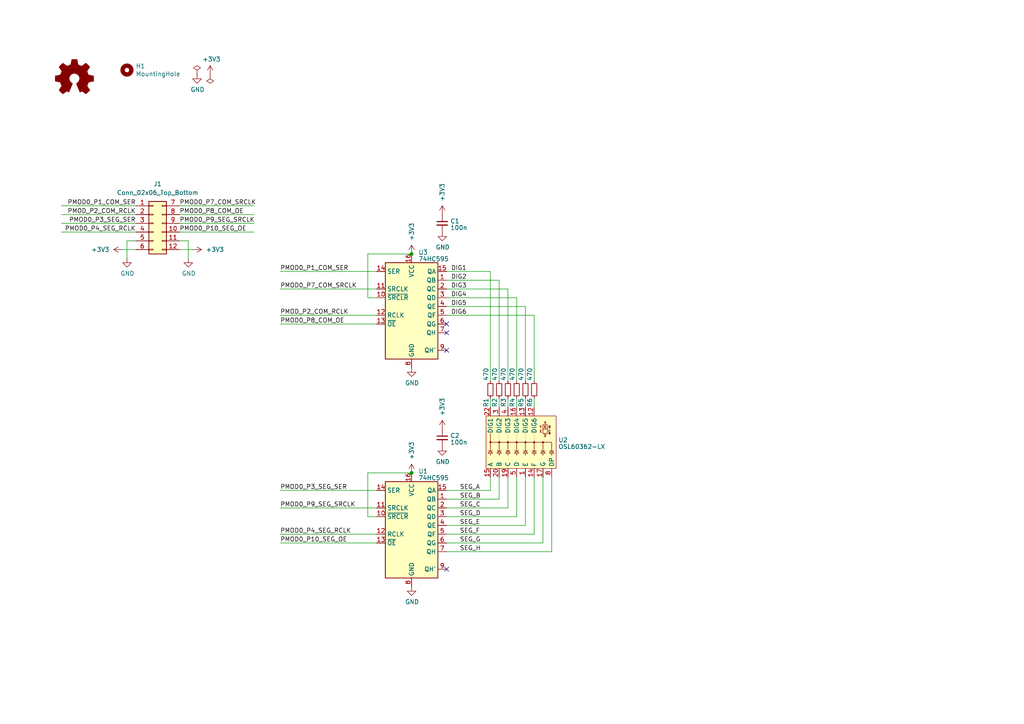
<source format=kicad_sch>
(kicad_sch (version 20230121) (generator eeschema)

  (uuid e63e39d7-6ac0-4ffd-8aa3-1841a4541b55)

  (paper "A4")

  (title_block
    (title "Pmod Multi Segment (Single Port)")
    (date "2023-05-30")
    (rev "Rev.A")
    (company "Kenta IDA")
  )

  (lib_symbols
    (symbol "74xx:74HC595" (in_bom yes) (on_board yes)
      (property "Reference" "U" (at -7.62 13.97 0)
        (effects (font (size 1.27 1.27)))
      )
      (property "Value" "74HC595" (at -7.62 -16.51 0)
        (effects (font (size 1.27 1.27)))
      )
      (property "Footprint" "" (at 0 0 0)
        (effects (font (size 1.27 1.27)) hide)
      )
      (property "Datasheet" "http://www.ti.com/lit/ds/symlink/sn74hc595.pdf" (at 0 0 0)
        (effects (font (size 1.27 1.27)) hide)
      )
      (property "ki_keywords" "HCMOS SR 3State" (at 0 0 0)
        (effects (font (size 1.27 1.27)) hide)
      )
      (property "ki_description" "8-bit serial in/out Shift Register 3-State Outputs" (at 0 0 0)
        (effects (font (size 1.27 1.27)) hide)
      )
      (property "ki_fp_filters" "DIP*W7.62mm* SOIC*3.9x9.9mm*P1.27mm* TSSOP*4.4x5mm*P0.65mm* SOIC*5.3x10.2mm*P1.27mm* SOIC*7.5x10.3mm*P1.27mm*" (at 0 0 0)
        (effects (font (size 1.27 1.27)) hide)
      )
      (symbol "74HC595_1_0"
        (pin tri_state line (at 10.16 7.62 180) (length 2.54)
          (name "QB" (effects (font (size 1.27 1.27))))
          (number "1" (effects (font (size 1.27 1.27))))
        )
        (pin input line (at -10.16 2.54 0) (length 2.54)
          (name "~{SRCLR}" (effects (font (size 1.27 1.27))))
          (number "10" (effects (font (size 1.27 1.27))))
        )
        (pin input line (at -10.16 5.08 0) (length 2.54)
          (name "SRCLK" (effects (font (size 1.27 1.27))))
          (number "11" (effects (font (size 1.27 1.27))))
        )
        (pin input line (at -10.16 -2.54 0) (length 2.54)
          (name "RCLK" (effects (font (size 1.27 1.27))))
          (number "12" (effects (font (size 1.27 1.27))))
        )
        (pin input line (at -10.16 -5.08 0) (length 2.54)
          (name "~{OE}" (effects (font (size 1.27 1.27))))
          (number "13" (effects (font (size 1.27 1.27))))
        )
        (pin input line (at -10.16 10.16 0) (length 2.54)
          (name "SER" (effects (font (size 1.27 1.27))))
          (number "14" (effects (font (size 1.27 1.27))))
        )
        (pin tri_state line (at 10.16 10.16 180) (length 2.54)
          (name "QA" (effects (font (size 1.27 1.27))))
          (number "15" (effects (font (size 1.27 1.27))))
        )
        (pin power_in line (at 0 15.24 270) (length 2.54)
          (name "VCC" (effects (font (size 1.27 1.27))))
          (number "16" (effects (font (size 1.27 1.27))))
        )
        (pin tri_state line (at 10.16 5.08 180) (length 2.54)
          (name "QC" (effects (font (size 1.27 1.27))))
          (number "2" (effects (font (size 1.27 1.27))))
        )
        (pin tri_state line (at 10.16 2.54 180) (length 2.54)
          (name "QD" (effects (font (size 1.27 1.27))))
          (number "3" (effects (font (size 1.27 1.27))))
        )
        (pin tri_state line (at 10.16 0 180) (length 2.54)
          (name "QE" (effects (font (size 1.27 1.27))))
          (number "4" (effects (font (size 1.27 1.27))))
        )
        (pin tri_state line (at 10.16 -2.54 180) (length 2.54)
          (name "QF" (effects (font (size 1.27 1.27))))
          (number "5" (effects (font (size 1.27 1.27))))
        )
        (pin tri_state line (at 10.16 -5.08 180) (length 2.54)
          (name "QG" (effects (font (size 1.27 1.27))))
          (number "6" (effects (font (size 1.27 1.27))))
        )
        (pin tri_state line (at 10.16 -7.62 180) (length 2.54)
          (name "QH" (effects (font (size 1.27 1.27))))
          (number "7" (effects (font (size 1.27 1.27))))
        )
        (pin power_in line (at 0 -17.78 90) (length 2.54)
          (name "GND" (effects (font (size 1.27 1.27))))
          (number "8" (effects (font (size 1.27 1.27))))
        )
        (pin output line (at 10.16 -12.7 180) (length 2.54)
          (name "QH'" (effects (font (size 1.27 1.27))))
          (number "9" (effects (font (size 1.27 1.27))))
        )
      )
      (symbol "74HC595_1_1"
        (rectangle (start -7.62 12.7) (end 7.62 -15.24)
          (stroke (width 0.254) (type default))
          (fill (type background))
        )
      )
    )
    (symbol "Connector_Generic:Conn_02x06_Top_Bottom" (pin_names (offset 1.016) hide) (in_bom yes) (on_board yes)
      (property "Reference" "J" (at 1.27 7.62 0)
        (effects (font (size 1.27 1.27)))
      )
      (property "Value" "Conn_02x06_Top_Bottom" (at 1.27 -10.16 0)
        (effects (font (size 1.27 1.27)))
      )
      (property "Footprint" "" (at 0 0 0)
        (effects (font (size 1.27 1.27)) hide)
      )
      (property "Datasheet" "~" (at 0 0 0)
        (effects (font (size 1.27 1.27)) hide)
      )
      (property "ki_keywords" "connector" (at 0 0 0)
        (effects (font (size 1.27 1.27)) hide)
      )
      (property "ki_description" "Generic connector, double row, 02x06, top/bottom pin numbering scheme (row 1: 1...pins_per_row, row2: pins_per_row+1 ... num_pins), script generated (kicad-library-utils/schlib/autogen/connector/)" (at 0 0 0)
        (effects (font (size 1.27 1.27)) hide)
      )
      (property "ki_fp_filters" "Connector*:*_2x??_*" (at 0 0 0)
        (effects (font (size 1.27 1.27)) hide)
      )
      (symbol "Conn_02x06_Top_Bottom_1_1"
        (rectangle (start -1.27 -7.493) (end 0 -7.747)
          (stroke (width 0.1524) (type default))
          (fill (type none))
        )
        (rectangle (start -1.27 -4.953) (end 0 -5.207)
          (stroke (width 0.1524) (type default))
          (fill (type none))
        )
        (rectangle (start -1.27 -2.413) (end 0 -2.667)
          (stroke (width 0.1524) (type default))
          (fill (type none))
        )
        (rectangle (start -1.27 0.127) (end 0 -0.127)
          (stroke (width 0.1524) (type default))
          (fill (type none))
        )
        (rectangle (start -1.27 2.667) (end 0 2.413)
          (stroke (width 0.1524) (type default))
          (fill (type none))
        )
        (rectangle (start -1.27 5.207) (end 0 4.953)
          (stroke (width 0.1524) (type default))
          (fill (type none))
        )
        (rectangle (start -1.27 6.35) (end 3.81 -8.89)
          (stroke (width 0.254) (type default))
          (fill (type background))
        )
        (rectangle (start 3.81 -7.493) (end 2.54 -7.747)
          (stroke (width 0.1524) (type default))
          (fill (type none))
        )
        (rectangle (start 3.81 -4.953) (end 2.54 -5.207)
          (stroke (width 0.1524) (type default))
          (fill (type none))
        )
        (rectangle (start 3.81 -2.413) (end 2.54 -2.667)
          (stroke (width 0.1524) (type default))
          (fill (type none))
        )
        (rectangle (start 3.81 0.127) (end 2.54 -0.127)
          (stroke (width 0.1524) (type default))
          (fill (type none))
        )
        (rectangle (start 3.81 2.667) (end 2.54 2.413)
          (stroke (width 0.1524) (type default))
          (fill (type none))
        )
        (rectangle (start 3.81 5.207) (end 2.54 4.953)
          (stroke (width 0.1524) (type default))
          (fill (type none))
        )
        (pin passive line (at -5.08 5.08 0) (length 3.81)
          (name "Pin_1" (effects (font (size 1.27 1.27))))
          (number "1" (effects (font (size 1.27 1.27))))
        )
        (pin passive line (at 7.62 -2.54 180) (length 3.81)
          (name "Pin_10" (effects (font (size 1.27 1.27))))
          (number "10" (effects (font (size 1.27 1.27))))
        )
        (pin passive line (at 7.62 -5.08 180) (length 3.81)
          (name "Pin_11" (effects (font (size 1.27 1.27))))
          (number "11" (effects (font (size 1.27 1.27))))
        )
        (pin passive line (at 7.62 -7.62 180) (length 3.81)
          (name "Pin_12" (effects (font (size 1.27 1.27))))
          (number "12" (effects (font (size 1.27 1.27))))
        )
        (pin passive line (at -5.08 2.54 0) (length 3.81)
          (name "Pin_2" (effects (font (size 1.27 1.27))))
          (number "2" (effects (font (size 1.27 1.27))))
        )
        (pin passive line (at -5.08 0 0) (length 3.81)
          (name "Pin_3" (effects (font (size 1.27 1.27))))
          (number "3" (effects (font (size 1.27 1.27))))
        )
        (pin passive line (at -5.08 -2.54 0) (length 3.81)
          (name "Pin_4" (effects (font (size 1.27 1.27))))
          (number "4" (effects (font (size 1.27 1.27))))
        )
        (pin passive line (at -5.08 -5.08 0) (length 3.81)
          (name "Pin_5" (effects (font (size 1.27 1.27))))
          (number "5" (effects (font (size 1.27 1.27))))
        )
        (pin passive line (at -5.08 -7.62 0) (length 3.81)
          (name "Pin_6" (effects (font (size 1.27 1.27))))
          (number "6" (effects (font (size 1.27 1.27))))
        )
        (pin passive line (at 7.62 5.08 180) (length 3.81)
          (name "Pin_7" (effects (font (size 1.27 1.27))))
          (number "7" (effects (font (size 1.27 1.27))))
        )
        (pin passive line (at 7.62 2.54 180) (length 3.81)
          (name "Pin_8" (effects (font (size 1.27 1.27))))
          (number "8" (effects (font (size 1.27 1.27))))
        )
        (pin passive line (at 7.62 0 180) (length 3.81)
          (name "Pin_9" (effects (font (size 1.27 1.27))))
          (number "9" (effects (font (size 1.27 1.27))))
        )
      )
    )
    (symbol "Device:C_Small" (pin_numbers hide) (pin_names (offset 0.254) hide) (in_bom yes) (on_board yes)
      (property "Reference" "C" (at 0.254 1.778 0)
        (effects (font (size 1.27 1.27)) (justify left))
      )
      (property "Value" "C_Small" (at 0.254 -2.032 0)
        (effects (font (size 1.27 1.27)) (justify left))
      )
      (property "Footprint" "" (at 0 0 0)
        (effects (font (size 1.27 1.27)) hide)
      )
      (property "Datasheet" "~" (at 0 0 0)
        (effects (font (size 1.27 1.27)) hide)
      )
      (property "ki_keywords" "capacitor cap" (at 0 0 0)
        (effects (font (size 1.27 1.27)) hide)
      )
      (property "ki_description" "Unpolarized capacitor, small symbol" (at 0 0 0)
        (effects (font (size 1.27 1.27)) hide)
      )
      (property "ki_fp_filters" "C_*" (at 0 0 0)
        (effects (font (size 1.27 1.27)) hide)
      )
      (symbol "C_Small_0_1"
        (polyline
          (pts
            (xy -1.524 -0.508)
            (xy 1.524 -0.508)
          )
          (stroke (width 0.3302) (type default))
          (fill (type none))
        )
        (polyline
          (pts
            (xy -1.524 0.508)
            (xy 1.524 0.508)
          )
          (stroke (width 0.3048) (type default))
          (fill (type none))
        )
      )
      (symbol "C_Small_1_1"
        (pin passive line (at 0 2.54 270) (length 2.032)
          (name "~" (effects (font (size 1.27 1.27))))
          (number "1" (effects (font (size 1.27 1.27))))
        )
        (pin passive line (at 0 -2.54 90) (length 2.032)
          (name "~" (effects (font (size 1.27 1.27))))
          (number "2" (effects (font (size 1.27 1.27))))
        )
      )
    )
    (symbol "Device:R_Small" (pin_numbers hide) (pin_names (offset 0.254) hide) (in_bom yes) (on_board yes)
      (property "Reference" "R" (at 0.762 0.508 0)
        (effects (font (size 1.27 1.27)) (justify left))
      )
      (property "Value" "R_Small" (at 0.762 -1.016 0)
        (effects (font (size 1.27 1.27)) (justify left))
      )
      (property "Footprint" "" (at 0 0 0)
        (effects (font (size 1.27 1.27)) hide)
      )
      (property "Datasheet" "~" (at 0 0 0)
        (effects (font (size 1.27 1.27)) hide)
      )
      (property "ki_keywords" "R resistor" (at 0 0 0)
        (effects (font (size 1.27 1.27)) hide)
      )
      (property "ki_description" "Resistor, small symbol" (at 0 0 0)
        (effects (font (size 1.27 1.27)) hide)
      )
      (property "ki_fp_filters" "R_*" (at 0 0 0)
        (effects (font (size 1.27 1.27)) hide)
      )
      (symbol "R_Small_0_1"
        (rectangle (start -0.762 1.778) (end 0.762 -1.778)
          (stroke (width 0.2032) (type default))
          (fill (type none))
        )
      )
      (symbol "R_Small_1_1"
        (pin passive line (at 0 2.54 270) (length 0.762)
          (name "~" (effects (font (size 1.27 1.27))))
          (number "1" (effects (font (size 1.27 1.27))))
        )
        (pin passive line (at 0 -2.54 90) (length 0.762)
          (name "~" (effects (font (size 1.27 1.27))))
          (number "2" (effects (font (size 1.27 1.27))))
        )
      )
    )
    (symbol "Graphic:Logo_Open_Hardware_Small" (pin_names (offset 1.016)) (in_bom yes) (on_board yes)
      (property "Reference" "#LOGO" (at 0 6.985 0)
        (effects (font (size 1.27 1.27)) hide)
      )
      (property "Value" "Logo_Open_Hardware_Small" (at 0 -5.715 0)
        (effects (font (size 1.27 1.27)) hide)
      )
      (property "Footprint" "" (at 0 0 0)
        (effects (font (size 1.27 1.27)) hide)
      )
      (property "Datasheet" "~" (at 0 0 0)
        (effects (font (size 1.27 1.27)) hide)
      )
      (property "ki_keywords" "Logo" (at 0 0 0)
        (effects (font (size 1.27 1.27)) hide)
      )
      (property "ki_description" "Open Hardware logo, small" (at 0 0 0)
        (effects (font (size 1.27 1.27)) hide)
      )
      (symbol "Logo_Open_Hardware_Small_0_1"
        (polyline
          (pts
            (xy 3.3528 -4.3434)
            (xy 3.302 -4.318)
            (xy 3.175 -4.2418)
            (xy 2.9972 -4.1148)
            (xy 2.7686 -3.9624)
            (xy 2.54 -3.81)
            (xy 2.3622 -3.7084)
            (xy 2.2352 -3.6068)
            (xy 2.1844 -3.5814)
            (xy 2.159 -3.6068)
            (xy 2.0574 -3.6576)
            (xy 1.905 -3.7338)
            (xy 1.8034 -3.7846)
            (xy 1.6764 -3.8354)
            (xy 1.6002 -3.8354)
            (xy 1.6002 -3.8354)
            (xy 1.5494 -3.7338)
            (xy 1.4732 -3.5306)
            (xy 1.3462 -3.302)
            (xy 1.2446 -3.0226)
            (xy 1.1176 -2.7178)
            (xy 0.9652 -2.413)
            (xy 0.8636 -2.1082)
            (xy 0.7366 -1.8288)
            (xy 0.6604 -1.6256)
            (xy 0.6096 -1.4732)
            (xy 0.5842 -1.397)
            (xy 0.5842 -1.397)
            (xy 0.6604 -1.3208)
            (xy 0.7874 -1.2446)
            (xy 1.0414 -1.016)
            (xy 1.2954 -0.6858)
            (xy 1.4478 -0.3302)
            (xy 1.524 0.0762)
            (xy 1.4732 0.4572)
            (xy 1.3208 0.8128)
            (xy 1.0668 1.143)
            (xy 0.762 1.3716)
            (xy 0.4064 1.524)
            (xy 0 1.5748)
            (xy -0.381 1.5494)
            (xy -0.7366 1.397)
            (xy -1.0668 1.143)
            (xy -1.2192 0.9906)
            (xy -1.397 0.6604)
            (xy -1.524 0.3048)
            (xy -1.524 0.2286)
            (xy -1.4986 -0.1778)
            (xy -1.397 -0.5334)
            (xy -1.1938 -0.8636)
            (xy -0.9144 -1.143)
            (xy -0.8636 -1.1684)
            (xy -0.7366 -1.27)
            (xy -0.635 -1.3462)
            (xy -0.5842 -1.397)
            (xy -1.0668 -2.5908)
            (xy -1.143 -2.794)
            (xy -1.2954 -3.1242)
            (xy -1.397 -3.4036)
            (xy -1.4986 -3.6322)
            (xy -1.5748 -3.7846)
            (xy -1.6002 -3.8354)
            (xy -1.6002 -3.8354)
            (xy -1.651 -3.8354)
            (xy -1.7272 -3.81)
            (xy -1.905 -3.7338)
            (xy -2.0066 -3.683)
            (xy -2.1336 -3.6068)
            (xy -2.2098 -3.5814)
            (xy -2.2606 -3.6068)
            (xy -2.3622 -3.683)
            (xy -2.54 -3.81)
            (xy -2.7686 -3.9624)
            (xy -2.9718 -4.0894)
            (xy -3.1496 -4.2164)
            (xy -3.302 -4.318)
            (xy -3.3528 -4.3434)
            (xy -3.3782 -4.3434)
            (xy -3.429 -4.318)
            (xy -3.5306 -4.2164)
            (xy -3.7084 -4.064)
            (xy -3.937 -3.8354)
            (xy -3.9624 -3.81)
            (xy -4.1656 -3.6068)
            (xy -4.318 -3.4544)
            (xy -4.4196 -3.3274)
            (xy -4.445 -3.2766)
            (xy -4.445 -3.2766)
            (xy -4.4196 -3.2258)
            (xy -4.318 -3.0734)
            (xy -4.2164 -2.8956)
            (xy -4.064 -2.667)
            (xy -3.6576 -2.0828)
            (xy -3.8862 -1.5494)
            (xy -3.937 -1.3716)
            (xy -4.0386 -1.1684)
            (xy -4.0894 -1.0414)
            (xy -4.1148 -0.9652)
            (xy -4.191 -0.9398)
            (xy -4.318 -0.9144)
            (xy -4.5466 -0.8636)
            (xy -4.8006 -0.8128)
            (xy -5.0546 -0.7874)
            (xy -5.2578 -0.7366)
            (xy -5.4356 -0.7112)
            (xy -5.5118 -0.6858)
            (xy -5.5118 -0.6858)
            (xy -5.5372 -0.635)
            (xy -5.5372 -0.5588)
            (xy -5.5372 -0.4318)
            (xy -5.5626 -0.2286)
            (xy -5.5626 0.0762)
            (xy -5.5626 0.127)
            (xy -5.5372 0.4064)
            (xy -5.5372 0.635)
            (xy -5.5372 0.762)
            (xy -5.5372 0.8382)
            (xy -5.5372 0.8382)
            (xy -5.461 0.8382)
            (xy -5.3086 0.889)
            (xy -5.08 0.9144)
            (xy -4.826 0.9652)
            (xy -4.8006 0.9906)
            (xy -4.5466 1.0414)
            (xy -4.318 1.0668)
            (xy -4.1656 1.1176)
            (xy -4.0894 1.143)
            (xy -4.0894 1.143)
            (xy -4.0386 1.2446)
            (xy -3.9624 1.4224)
            (xy -3.8608 1.6256)
            (xy -3.7846 1.8288)
            (xy -3.7084 2.0066)
            (xy -3.6576 2.159)
            (xy -3.6322 2.2098)
            (xy -3.6322 2.2098)
            (xy -3.683 2.286)
            (xy -3.7592 2.413)
            (xy -3.8862 2.5908)
            (xy -4.064 2.8194)
            (xy -4.064 2.8448)
            (xy -4.2164 3.0734)
            (xy -4.3434 3.2512)
            (xy -4.4196 3.3782)
            (xy -4.445 3.4544)
            (xy -4.445 3.4544)
            (xy -4.3942 3.5052)
            (xy -4.2926 3.6322)
            (xy -4.1148 3.81)
            (xy -3.937 4.0132)
            (xy -3.8608 4.064)
            (xy -3.6576 4.2926)
            (xy -3.5052 4.4196)
            (xy -3.4036 4.4958)
            (xy -3.3528 4.5212)
            (xy -3.3528 4.5212)
            (xy -3.302 4.4704)
            (xy -3.1496 4.3688)
            (xy -2.9718 4.2418)
            (xy -2.7432 4.0894)
            (xy -2.7178 4.0894)
            (xy -2.4892 3.937)
            (xy -2.3114 3.81)
            (xy -2.1844 3.7084)
            (xy -2.1336 3.683)
            (xy -2.1082 3.683)
            (xy -2.032 3.7084)
            (xy -1.8542 3.7592)
            (xy -1.6764 3.8354)
            (xy -1.4732 3.937)
            (xy -1.27 4.0132)
            (xy -1.143 4.064)
            (xy -1.0668 4.1148)
            (xy -1.0668 4.1148)
            (xy -1.0414 4.191)
            (xy -1.016 4.3434)
            (xy -0.9652 4.572)
            (xy -0.9144 4.8514)
            (xy -0.889 4.9022)
            (xy -0.8382 5.1562)
            (xy -0.8128 5.3848)
            (xy -0.7874 5.5372)
            (xy -0.762 5.588)
            (xy -0.7112 5.6134)
            (xy -0.5842 5.6134)
            (xy -0.4064 5.6134)
            (xy -0.1524 5.6134)
            (xy 0.0762 5.6134)
            (xy 0.3302 5.6134)
            (xy 0.5334 5.6134)
            (xy 0.6858 5.588)
            (xy 0.7366 5.588)
            (xy 0.7366 5.588)
            (xy 0.762 5.5118)
            (xy 0.8128 5.334)
            (xy 0.8382 5.1054)
            (xy 0.9144 4.826)
            (xy 0.9144 4.7752)
            (xy 0.9652 4.5212)
            (xy 1.016 4.2926)
            (xy 1.0414 4.1402)
            (xy 1.0668 4.0894)
            (xy 1.0668 4.0894)
            (xy 1.1938 4.0386)
            (xy 1.3716 3.9624)
            (xy 1.5748 3.8608)
            (xy 2.0828 3.6576)
            (xy 2.7178 4.0894)
            (xy 2.7686 4.1402)
            (xy 2.9972 4.2926)
            (xy 3.175 4.4196)
            (xy 3.302 4.4958)
            (xy 3.3782 4.5212)
            (xy 3.3782 4.5212)
            (xy 3.429 4.4704)
            (xy 3.556 4.3434)
            (xy 3.7338 4.191)
            (xy 3.9116 3.9878)
            (xy 4.064 3.8354)
            (xy 4.2418 3.6576)
            (xy 4.3434 3.556)
            (xy 4.4196 3.4798)
            (xy 4.4196 3.429)
            (xy 4.4196 3.4036)
            (xy 4.3942 3.3274)
            (xy 4.2926 3.2004)
            (xy 4.1656 2.9972)
            (xy 4.0132 2.794)
            (xy 3.8862 2.5908)
            (xy 3.7592 2.3876)
            (xy 3.6576 2.2352)
            (xy 3.6322 2.159)
            (xy 3.6322 2.1336)
            (xy 3.683 2.0066)
            (xy 3.7592 1.8288)
            (xy 3.8608 1.6002)
            (xy 4.064 1.1176)
            (xy 4.3942 1.0414)
            (xy 4.5974 1.016)
            (xy 4.8768 0.9652)
            (xy 5.1308 0.9144)
            (xy 5.5372 0.8382)
            (xy 5.5626 -0.6604)
            (xy 5.4864 -0.6858)
            (xy 5.4356 -0.6858)
            (xy 5.2832 -0.7366)
            (xy 5.0546 -0.762)
            (xy 4.8006 -0.8128)
            (xy 4.5974 -0.8636)
            (xy 4.3688 -0.9144)
            (xy 4.2164 -0.9398)
            (xy 4.1402 -0.9398)
            (xy 4.1148 -0.9652)
            (xy 4.064 -1.0668)
            (xy 3.9878 -1.2446)
            (xy 3.9116 -1.4478)
            (xy 3.81 -1.651)
            (xy 3.7338 -1.8542)
            (xy 3.683 -2.0066)
            (xy 3.6576 -2.0828)
            (xy 3.683 -2.1336)
            (xy 3.7846 -2.2606)
            (xy 3.8862 -2.4638)
            (xy 4.0386 -2.667)
            (xy 4.191 -2.8956)
            (xy 4.318 -3.0734)
            (xy 4.3942 -3.2004)
            (xy 4.445 -3.2766)
            (xy 4.4196 -3.3274)
            (xy 4.3434 -3.429)
            (xy 4.1656 -3.5814)
            (xy 3.937 -3.8354)
            (xy 3.8862 -3.8608)
            (xy 3.683 -4.064)
            (xy 3.5306 -4.2164)
            (xy 3.4036 -4.318)
            (xy 3.3528 -4.3434)
          )
          (stroke (width 0) (type default))
          (fill (type outline))
        )
      )
    )
    (symbol "Mechanical:MountingHole" (pin_names (offset 1.016)) (in_bom yes) (on_board yes)
      (property "Reference" "H" (at 0 5.08 0)
        (effects (font (size 1.27 1.27)))
      )
      (property "Value" "MountingHole" (at 0 3.175 0)
        (effects (font (size 1.27 1.27)))
      )
      (property "Footprint" "" (at 0 0 0)
        (effects (font (size 1.27 1.27)) hide)
      )
      (property "Datasheet" "~" (at 0 0 0)
        (effects (font (size 1.27 1.27)) hide)
      )
      (property "ki_keywords" "mounting hole" (at 0 0 0)
        (effects (font (size 1.27 1.27)) hide)
      )
      (property "ki_description" "Mounting Hole without connection" (at 0 0 0)
        (effects (font (size 1.27 1.27)) hide)
      )
      (property "ki_fp_filters" "MountingHole*" (at 0 0 0)
        (effects (font (size 1.27 1.27)) hide)
      )
      (symbol "MountingHole_0_1"
        (circle (center 0 0) (radius 1.27)
          (stroke (width 1.27) (type default))
          (fill (type none))
        )
      )
    )
    (symbol "local:OSL60362-LX" (in_bom yes) (on_board yes)
      (property "Reference" "U" (at -11.43 3.81 90)
        (effects (font (size 1.27 1.27)))
      )
      (property "Value" "OSL60362-LX" (at -13.97 3.81 90)
        (effects (font (size 1.27 1.27)))
      )
      (property "Footprint" "" (at -12.7 -25.4 90)
        (effects (font (size 1.27 1.27)) hide)
      )
      (property "Datasheet" "" (at -12.7 -25.4 90)
        (effects (font (size 1.27 1.27)) hide)
      )
      (symbol "OSL60362-LX_0_0"
        (pin passive line (at 1.27 -6.35 90) (length 2.54)
          (name "E" (effects (font (size 1.27 1.27))))
          (number "1" (effects (font (size 1.27 1.27))))
        )
        (pin passive line (at 3.81 13.97 270) (length 2.54)
          (name "DIG6" (effects (font (size 1.27 1.27))))
          (number "12" (effects (font (size 1.27 1.27))))
        )
        (pin passive line (at 1.27 13.97 270) (length 2.54)
          (name "DIG5" (effects (font (size 1.27 1.27))))
          (number "13" (effects (font (size 1.27 1.27))))
        )
        (pin passive line (at 3.81 -6.35 90) (length 2.54)
          (name "F" (effects (font (size 1.27 1.27))))
          (number "14" (effects (font (size 1.27 1.27))))
        )
        (pin passive line (at -8.89 -6.35 90) (length 2.54)
          (name "A" (effects (font (size 1.27 1.27))))
          (number "15" (effects (font (size 1.27 1.27))))
        )
        (pin passive line (at -1.27 13.97 270) (length 2.54)
          (name "DIG4" (effects (font (size 1.27 1.27))))
          (number "16" (effects (font (size 1.27 1.27))))
        )
        (pin passive line (at 6.35 -6.35 90) (length 2.54)
          (name "G" (effects (font (size 1.27 1.27))))
          (number "17" (effects (font (size 1.27 1.27))))
        )
        (pin passive line (at -3.81 -6.35 90) (length 2.54)
          (name "C" (effects (font (size 1.27 1.27))))
          (number "19" (effects (font (size 1.27 1.27))))
        )
        (pin passive line (at -6.35 -6.35 90) (length 2.54)
          (name "B" (effects (font (size 1.27 1.27))))
          (number "20" (effects (font (size 1.27 1.27))))
        )
        (pin passive line (at -8.89 13.97 270) (length 2.54)
          (name "DIG1" (effects (font (size 1.27 1.27))))
          (number "22" (effects (font (size 1.27 1.27))))
        )
        (pin passive line (at -6.35 13.97 270) (length 2.54)
          (name "DIG2" (effects (font (size 1.27 1.27))))
          (number "3" (effects (font (size 1.27 1.27))))
        )
        (pin passive line (at -3.81 13.97 270) (length 2.54)
          (name "DIG3" (effects (font (size 1.27 1.27))))
          (number "4" (effects (font (size 1.27 1.27))))
        )
        (pin passive line (at -1.27 -6.35 90) (length 2.54)
          (name "D" (effects (font (size 1.27 1.27))))
          (number "5" (effects (font (size 1.27 1.27))))
        )
        (pin passive line (at 8.89 -6.35 90) (length 2.54)
          (name "DP" (effects (font (size 1.27 1.27))))
          (number "8" (effects (font (size 1.27 1.27))))
        )
      )
      (symbol "OSL60362-LX_0_1"
        (polyline
          (pts
            (xy 6.35 6.35)
            (xy 6.35 8.89)
          )
          (stroke (width 0) (type default))
          (fill (type none))
        )
        (polyline
          (pts
            (xy 6.35 7.62)
            (xy 7.62 7.62)
          )
          (stroke (width 0) (type default))
          (fill (type none))
        )
        (polyline
          (pts
            (xy 6.35 8.89)
            (xy 7.62 8.89)
          )
          (stroke (width 0) (type default))
          (fill (type none))
        )
        (polyline
          (pts
            (xy 7.62 6.35)
            (xy 6.35 6.35)
          )
          (stroke (width 0) (type default))
          (fill (type none))
        )
        (polyline
          (pts
            (xy 7.62 8.89)
            (xy 7.62 6.35)
          )
          (stroke (width 0) (type default))
          (fill (type none))
        )
      )
      (symbol "OSL60362-LX_1_1"
        (rectangle (start -10.16 11.43) (end 10.16 -3.81)
          (stroke (width 0) (type default))
          (fill (type background))
        )
        (circle (center -8.89 3.81) (radius 0.0001)
          (stroke (width 0.3) (type default))
          (fill (type none))
        )
        (circle (center -6.35 3.81) (radius 0.0001)
          (stroke (width 0.3) (type default))
          (fill (type none))
        )
        (circle (center -3.81 3.81) (radius 0.0001)
          (stroke (width 0.3) (type default))
          (fill (type none))
        )
        (circle (center -1.27 3.81) (radius 0.0001)
          (stroke (width 0.3) (type default))
          (fill (type none))
        )
        (polyline
          (pts
            (xy -8.89 0.635)
            (xy -8.89 0)
          )
          (stroke (width 0) (type default))
          (fill (type none))
        )
        (polyline
          (pts
            (xy -8.89 2.54)
            (xy -8.89 1.27)
          )
          (stroke (width 0) (type default))
          (fill (type none))
        )
        (polyline
          (pts
            (xy -8.89 3.81)
            (xy -8.89 6.35)
          )
          (stroke (width 0) (type default))
          (fill (type none))
        )
        (polyline
          (pts
            (xy -8.255 1.27)
            (xy -9.525 1.27)
          )
          (stroke (width 0) (type default))
          (fill (type none))
        )
        (polyline
          (pts
            (xy -6.35 0.635)
            (xy -6.35 0)
          )
          (stroke (width 0) (type default))
          (fill (type none))
        )
        (polyline
          (pts
            (xy -6.35 2.54)
            (xy -6.35 1.27)
          )
          (stroke (width 0) (type default))
          (fill (type none))
        )
        (polyline
          (pts
            (xy -6.35 2.54)
            (xy -6.35 3.81)
          )
          (stroke (width 0) (type default))
          (fill (type none))
        )
        (polyline
          (pts
            (xy -6.35 6.35)
            (xy -6.35 3.81)
          )
          (stroke (width 0) (type dot))
          (fill (type none))
        )
        (polyline
          (pts
            (xy -5.715 1.27)
            (xy -6.985 1.27)
          )
          (stroke (width 0) (type default))
          (fill (type none))
        )
        (polyline
          (pts
            (xy -3.81 0.635)
            (xy -3.81 0)
          )
          (stroke (width 0) (type default))
          (fill (type none))
        )
        (polyline
          (pts
            (xy -3.81 2.54)
            (xy -3.81 1.27)
          )
          (stroke (width 0) (type default))
          (fill (type none))
        )
        (polyline
          (pts
            (xy -3.81 2.54)
            (xy -3.81 3.81)
          )
          (stroke (width 0) (type default))
          (fill (type none))
        )
        (polyline
          (pts
            (xy -3.81 6.35)
            (xy -3.81 3.81)
          )
          (stroke (width 0) (type dot))
          (fill (type none))
        )
        (polyline
          (pts
            (xy -3.175 1.27)
            (xy -4.445 1.27)
          )
          (stroke (width 0) (type default))
          (fill (type none))
        )
        (polyline
          (pts
            (xy -1.27 0.635)
            (xy -1.27 0)
          )
          (stroke (width 0) (type default))
          (fill (type none))
        )
        (polyline
          (pts
            (xy -1.27 2.54)
            (xy -1.27 1.27)
          )
          (stroke (width 0) (type default))
          (fill (type none))
        )
        (polyline
          (pts
            (xy -1.27 2.54)
            (xy -1.27 3.81)
          )
          (stroke (width 0) (type default))
          (fill (type none))
        )
        (polyline
          (pts
            (xy -1.27 6.35)
            (xy -1.27 3.81)
          )
          (stroke (width 0) (type dot))
          (fill (type none))
        )
        (polyline
          (pts
            (xy -0.635 1.27)
            (xy -1.905 1.27)
          )
          (stroke (width 0) (type default))
          (fill (type none))
        )
        (polyline
          (pts
            (xy 1.27 0.635)
            (xy 1.27 0)
          )
          (stroke (width 0) (type default))
          (fill (type none))
        )
        (polyline
          (pts
            (xy 1.27 2.54)
            (xy 1.27 1.27)
          )
          (stroke (width 0) (type default))
          (fill (type none))
        )
        (polyline
          (pts
            (xy 1.27 2.54)
            (xy 1.27 3.81)
          )
          (stroke (width 0) (type default))
          (fill (type none))
        )
        (polyline
          (pts
            (xy 1.27 6.35)
            (xy 1.27 3.81)
          )
          (stroke (width 0) (type dot))
          (fill (type none))
        )
        (polyline
          (pts
            (xy 1.905 1.27)
            (xy 0.635 1.27)
          )
          (stroke (width 0) (type default))
          (fill (type none))
        )
        (polyline
          (pts
            (xy 3.81 0.635)
            (xy 3.81 0)
          )
          (stroke (width 0) (type default))
          (fill (type none))
        )
        (polyline
          (pts
            (xy 3.81 2.54)
            (xy 3.81 1.27)
          )
          (stroke (width 0) (type default))
          (fill (type none))
        )
        (polyline
          (pts
            (xy 3.81 2.54)
            (xy 3.81 3.81)
          )
          (stroke (width 0) (type default))
          (fill (type none))
        )
        (polyline
          (pts
            (xy 3.81 6.35)
            (xy 3.81 3.81)
          )
          (stroke (width 0) (type dot))
          (fill (type none))
        )
        (polyline
          (pts
            (xy 4.445 1.27)
            (xy 3.175 1.27)
          )
          (stroke (width 0) (type default))
          (fill (type none))
        )
        (polyline
          (pts
            (xy 6.35 0.635)
            (xy 6.35 0)
          )
          (stroke (width 0) (type default))
          (fill (type none))
        )
        (polyline
          (pts
            (xy 6.35 2.54)
            (xy 6.35 1.27)
          )
          (stroke (width 0) (type default))
          (fill (type none))
        )
        (polyline
          (pts
            (xy 6.35 2.54)
            (xy 6.35 3.81)
          )
          (stroke (width 0) (type default))
          (fill (type none))
        )
        (polyline
          (pts
            (xy 6.985 1.27)
            (xy 5.715 1.27)
          )
          (stroke (width 0) (type default))
          (fill (type none))
        )
        (polyline
          (pts
            (xy 8.89 0.635)
            (xy 8.89 0)
          )
          (stroke (width 0) (type default))
          (fill (type none))
        )
        (polyline
          (pts
            (xy 8.89 2.54)
            (xy 8.89 1.27)
          )
          (stroke (width 0) (type default))
          (fill (type none))
        )
        (polyline
          (pts
            (xy 9.525 1.27)
            (xy 8.255 1.27)
          )
          (stroke (width 0) (type default))
          (fill (type none))
        )
        (polyline
          (pts
            (xy -8.89 1.27)
            (xy -9.525 0.635)
            (xy -8.255 0.635)
            (xy -8.89 1.27)
          )
          (stroke (width 0) (type default))
          (fill (type none))
        )
        (polyline
          (pts
            (xy -8.89 2.54)
            (xy -8.89 3.81)
            (xy 8.89 3.81)
            (xy 8.89 2.54)
          )
          (stroke (width 0) (type default))
          (fill (type none))
        )
        (polyline
          (pts
            (xy -6.35 1.27)
            (xy -6.985 0.635)
            (xy -5.715 0.635)
            (xy -6.35 1.27)
          )
          (stroke (width 0) (type default))
          (fill (type none))
        )
        (polyline
          (pts
            (xy -3.81 1.27)
            (xy -4.445 0.635)
            (xy -3.175 0.635)
            (xy -3.81 1.27)
          )
          (stroke (width 0) (type default))
          (fill (type none))
        )
        (polyline
          (pts
            (xy -1.27 1.27)
            (xy -1.905 0.635)
            (xy -0.635 0.635)
            (xy -1.27 1.27)
          )
          (stroke (width 0) (type default))
          (fill (type none))
        )
        (polyline
          (pts
            (xy 1.27 1.27)
            (xy 0.635 0.635)
            (xy 1.905 0.635)
            (xy 1.27 1.27)
          )
          (stroke (width 0) (type default))
          (fill (type none))
        )
        (polyline
          (pts
            (xy 3.81 1.27)
            (xy 3.175 0.635)
            (xy 4.445 0.635)
            (xy 3.81 1.27)
          )
          (stroke (width 0) (type default))
          (fill (type none))
        )
        (polyline
          (pts
            (xy 6.35 1.27)
            (xy 5.715 0.635)
            (xy 6.985 0.635)
            (xy 6.35 1.27)
          )
          (stroke (width 0) (type default))
          (fill (type none))
        )
        (polyline
          (pts
            (xy 8.89 1.27)
            (xy 8.255 0.635)
            (xy 9.525 0.635)
            (xy 8.89 1.27)
          )
          (stroke (width 0) (type default))
          (fill (type none))
        )
        (circle (center 1.27 3.81) (radius 0.0001)
          (stroke (width 0.3) (type default))
          (fill (type none))
        )
        (circle (center 3.81 3.81) (radius 0.0001)
          (stroke (width 0.3) (type default))
          (fill (type none))
        )
        (circle (center 6.35 3.81) (radius 0.0001)
          (stroke (width 0.3) (type default))
          (fill (type none))
        )
        (circle (center 8.255 6.35) (radius 0.0001)
          (stroke (width 0.3) (type default))
          (fill (type none))
        )
        (text "A" (at 6.985 9.525 0)
          (effects (font (size 0.65 0.65)))
        )
        (text "B" (at 8.255 8.255 0)
          (effects (font (size 0.65 0.65)))
        )
        (text "C" (at 8.255 6.985 0)
          (effects (font (size 0.65 0.65)))
        )
        (text "D" (at 6.985 5.715 0)
          (effects (font (size 0.65 0.65)))
        )
        (text "E" (at 5.715 6.985 0)
          (effects (font (size 0.65 0.65)))
        )
        (text "F" (at 5.715 8.255 0)
          (effects (font (size 0.65 0.65)))
        )
        (text "G" (at 6.985 8.255 0)
          (effects (font (size 0.65 0.65)))
        )
      )
    )
    (symbol "power:+3V3" (power) (pin_names (offset 0)) (in_bom yes) (on_board yes)
      (property "Reference" "#PWR" (at 0 -3.81 0)
        (effects (font (size 1.27 1.27)) hide)
      )
      (property "Value" "+3V3" (at 0 3.556 0)
        (effects (font (size 1.27 1.27)))
      )
      (property "Footprint" "" (at 0 0 0)
        (effects (font (size 1.27 1.27)) hide)
      )
      (property "Datasheet" "" (at 0 0 0)
        (effects (font (size 1.27 1.27)) hide)
      )
      (property "ki_keywords" "power-flag" (at 0 0 0)
        (effects (font (size 1.27 1.27)) hide)
      )
      (property "ki_description" "Power symbol creates a global label with name \"+3V3\"" (at 0 0 0)
        (effects (font (size 1.27 1.27)) hide)
      )
      (symbol "+3V3_0_1"
        (polyline
          (pts
            (xy -0.762 1.27)
            (xy 0 2.54)
          )
          (stroke (width 0) (type default))
          (fill (type none))
        )
        (polyline
          (pts
            (xy 0 0)
            (xy 0 2.54)
          )
          (stroke (width 0) (type default))
          (fill (type none))
        )
        (polyline
          (pts
            (xy 0 2.54)
            (xy 0.762 1.27)
          )
          (stroke (width 0) (type default))
          (fill (type none))
        )
      )
      (symbol "+3V3_1_1"
        (pin power_in line (at 0 0 90) (length 0) hide
          (name "+3V3" (effects (font (size 1.27 1.27))))
          (number "1" (effects (font (size 1.27 1.27))))
        )
      )
    )
    (symbol "power:GND" (power) (pin_names (offset 0)) (in_bom yes) (on_board yes)
      (property "Reference" "#PWR" (at 0 -6.35 0)
        (effects (font (size 1.27 1.27)) hide)
      )
      (property "Value" "GND" (at 0 -3.81 0)
        (effects (font (size 1.27 1.27)))
      )
      (property "Footprint" "" (at 0 0 0)
        (effects (font (size 1.27 1.27)) hide)
      )
      (property "Datasheet" "" (at 0 0 0)
        (effects (font (size 1.27 1.27)) hide)
      )
      (property "ki_keywords" "power-flag" (at 0 0 0)
        (effects (font (size 1.27 1.27)) hide)
      )
      (property "ki_description" "Power symbol creates a global label with name \"GND\" , ground" (at 0 0 0)
        (effects (font (size 1.27 1.27)) hide)
      )
      (symbol "GND_0_1"
        (polyline
          (pts
            (xy 0 0)
            (xy 0 -1.27)
            (xy 1.27 -1.27)
            (xy 0 -2.54)
            (xy -1.27 -1.27)
            (xy 0 -1.27)
          )
          (stroke (width 0) (type default))
          (fill (type none))
        )
      )
      (symbol "GND_1_1"
        (pin power_in line (at 0 0 270) (length 0) hide
          (name "GND" (effects (font (size 1.27 1.27))))
          (number "1" (effects (font (size 1.27 1.27))))
        )
      )
    )
    (symbol "power:PWR_FLAG" (power) (pin_numbers hide) (pin_names (offset 0) hide) (in_bom yes) (on_board yes)
      (property "Reference" "#FLG" (at 0 1.905 0)
        (effects (font (size 1.27 1.27)) hide)
      )
      (property "Value" "PWR_FLAG" (at 0 3.81 0)
        (effects (font (size 1.27 1.27)))
      )
      (property "Footprint" "" (at 0 0 0)
        (effects (font (size 1.27 1.27)) hide)
      )
      (property "Datasheet" "~" (at 0 0 0)
        (effects (font (size 1.27 1.27)) hide)
      )
      (property "ki_keywords" "power-flag" (at 0 0 0)
        (effects (font (size 1.27 1.27)) hide)
      )
      (property "ki_description" "Special symbol for telling ERC where power comes from" (at 0 0 0)
        (effects (font (size 1.27 1.27)) hide)
      )
      (symbol "PWR_FLAG_0_0"
        (pin power_out line (at 0 0 90) (length 0)
          (name "pwr" (effects (font (size 1.27 1.27))))
          (number "1" (effects (font (size 1.27 1.27))))
        )
      )
      (symbol "PWR_FLAG_0_1"
        (polyline
          (pts
            (xy 0 0)
            (xy 0 1.27)
            (xy -1.016 1.905)
            (xy 0 2.54)
            (xy 1.016 1.905)
            (xy 0 1.27)
          )
          (stroke (width 0) (type default))
          (fill (type none))
        )
      )
    )
  )


  (junction (at 119.38 73.66) (diameter 0) (color 0 0 0 0)
    (uuid 244377ce-40d5-401d-b80c-00c7aa3e05ac)
  )
  (junction (at 119.38 137.16) (diameter 0) (color 0 0 0 0)
    (uuid 69e6f1f8-e437-433e-89d4-8c10d4eed65b)
  )

  (no_connect (at 129.54 101.6) (uuid 092369ce-2d35-4690-8ed6-c1f45a3371fd))
  (no_connect (at 129.54 96.52) (uuid 1580a41a-67f2-45f6-84dd-023aa3ed109e))
  (no_connect (at 129.54 93.98) (uuid 9a347466-6009-4740-873e-86d01a4c8bbd))
  (no_connect (at 129.54 165.1) (uuid a46a62be-e968-469b-bfe5-ef54e85a2627))

  (wire (pts (xy 119.38 137.16) (xy 106.68 137.16))
    (stroke (width 0) (type default))
    (uuid 0157ba31-0a86-4634-8988-2f58d2d677c3)
  )
  (wire (pts (xy 52.07 72.39) (xy 55.88 72.39))
    (stroke (width 0) (type default))
    (uuid 02913d7e-917e-4e50-be77-fbbc59f63e4b)
  )
  (wire (pts (xy 54.61 74.93) (xy 54.61 69.85))
    (stroke (width 0) (type default))
    (uuid 0409d596-3e11-4e17-bf94-0ad6d11cf33f)
  )
  (wire (pts (xy 157.48 138.43) (xy 157.48 157.48))
    (stroke (width 0) (type default))
    (uuid 047247b0-fef8-48c7-a242-db9328af34ea)
  )
  (wire (pts (xy 17.78 64.77) (xy 39.37 64.77))
    (stroke (width 0) (type default))
    (uuid 047828f7-e145-4486-ba1e-32aecdd05a0f)
  )
  (wire (pts (xy 154.94 91.44) (xy 129.54 91.44))
    (stroke (width 0) (type default))
    (uuid 05e0be56-0739-4455-a4f4-5d74cd870d51)
  )
  (wire (pts (xy 147.32 83.82) (xy 129.54 83.82))
    (stroke (width 0) (type default))
    (uuid 08364e4c-1eaf-4ee3-954c-646c6d03c03c)
  )
  (wire (pts (xy 152.4 152.4) (xy 129.54 152.4))
    (stroke (width 0) (type default))
    (uuid 094bd8dc-5969-4d05-aaa3-7edc92e268f0)
  )
  (wire (pts (xy 81.28 91.44) (xy 109.22 91.44))
    (stroke (width 0) (type default))
    (uuid 096fd494-b72d-4962-8e0c-a29f1526e82c)
  )
  (wire (pts (xy 35.56 72.39) (xy 39.37 72.39))
    (stroke (width 0) (type default))
    (uuid 09b9ec06-9c48-45cc-971a-a5cf7e9c4e01)
  )
  (wire (pts (xy 39.37 69.85) (xy 36.83 69.85))
    (stroke (width 0) (type default))
    (uuid 09f28111-562f-4a25-8f68-4ee854a84d73)
  )
  (wire (pts (xy 142.24 110.49) (xy 142.24 78.74))
    (stroke (width 0) (type default))
    (uuid 0d7fd6b8-f119-4156-a8d1-805d8d236b0f)
  )
  (wire (pts (xy 149.86 110.49) (xy 149.86 86.36))
    (stroke (width 0) (type default))
    (uuid 14c66d75-c270-40b5-96fa-dc5bdf112bfb)
  )
  (wire (pts (xy 81.28 83.82) (xy 109.22 83.82))
    (stroke (width 0) (type default))
    (uuid 1cd73c4c-ecbb-450c-b97f-9ce13177d2e1)
  )
  (wire (pts (xy 106.68 137.16) (xy 106.68 149.86))
    (stroke (width 0) (type default))
    (uuid 1e00383b-c6e6-4864-a43d-e6d5355c95af)
  )
  (wire (pts (xy 73.66 67.31) (xy 52.07 67.31))
    (stroke (width 0) (type default))
    (uuid 2065d5df-f337-441a-9bdb-19623ca88fe6)
  )
  (wire (pts (xy 157.48 157.48) (xy 129.54 157.48))
    (stroke (width 0) (type default))
    (uuid 24472316-a7b5-4dfa-8c80-59e581a47b8b)
  )
  (wire (pts (xy 81.28 142.24) (xy 109.22 142.24))
    (stroke (width 0) (type default))
    (uuid 30d3256b-1606-4b37-9c0d-221e7629f41b)
  )
  (wire (pts (xy 36.83 69.85) (xy 36.83 74.93))
    (stroke (width 0) (type default))
    (uuid 3e9e4983-8e90-4ecb-9cb6-18aaef3c10ef)
  )
  (wire (pts (xy 160.02 160.02) (xy 160.02 138.43))
    (stroke (width 0) (type default))
    (uuid 3f28bad4-f77c-47e8-b17e-a10cb13df24e)
  )
  (wire (pts (xy 73.66 59.69) (xy 52.07 59.69))
    (stroke (width 0) (type default))
    (uuid 4006fdda-184f-4d6b-91fb-e92beb2ec51a)
  )
  (wire (pts (xy 149.86 115.57) (xy 149.86 118.11))
    (stroke (width 0) (type default))
    (uuid 4a7e8e03-f2d4-4454-ac0a-ab02c39d7530)
  )
  (wire (pts (xy 152.4 138.43) (xy 152.4 152.4))
    (stroke (width 0) (type default))
    (uuid 4b99f922-34f5-4be5-800b-3952da418fb3)
  )
  (wire (pts (xy 149.86 149.86) (xy 149.86 138.43))
    (stroke (width 0) (type default))
    (uuid 4f5f569b-3af2-40cf-a796-74275137fa57)
  )
  (wire (pts (xy 144.78 110.49) (xy 144.78 81.28))
    (stroke (width 0) (type default))
    (uuid 4f770e75-0143-4639-9817-eee4208e4d98)
  )
  (wire (pts (xy 17.78 59.69) (xy 39.37 59.69))
    (stroke (width 0) (type default))
    (uuid 55a9d6d3-00cb-4662-99ba-03199a80f1ce)
  )
  (wire (pts (xy 129.54 149.86) (xy 149.86 149.86))
    (stroke (width 0) (type default))
    (uuid 5fe4472c-7e08-47cd-868e-247ef67763c2)
  )
  (wire (pts (xy 154.94 154.94) (xy 154.94 138.43))
    (stroke (width 0) (type default))
    (uuid 61ae7613-3109-4550-b8e1-8b00760cd6c9)
  )
  (wire (pts (xy 152.4 115.57) (xy 152.4 118.11))
    (stroke (width 0) (type default))
    (uuid 640e2518-63ef-4976-91b3-02b3925bf015)
  )
  (wire (pts (xy 129.54 154.94) (xy 154.94 154.94))
    (stroke (width 0) (type default))
    (uuid 64467bd8-1e16-4e24-9227-beb3101439e0)
  )
  (wire (pts (xy 129.54 160.02) (xy 160.02 160.02))
    (stroke (width 0) (type default))
    (uuid 666bd8d6-8f56-4110-b266-da1a6ea1acd0)
  )
  (wire (pts (xy 152.4 88.9) (xy 129.54 88.9))
    (stroke (width 0) (type default))
    (uuid 67f45f20-7be6-4dde-b0e9-a3876c4fd415)
  )
  (wire (pts (xy 154.94 115.57) (xy 154.94 118.11))
    (stroke (width 0) (type default))
    (uuid 71705e8f-9558-4589-a9df-061c9b5dd188)
  )
  (wire (pts (xy 129.54 144.78) (xy 144.78 144.78))
    (stroke (width 0) (type default))
    (uuid 738890a5-bdb0-4fce-ae04-cb7bb5b32cd6)
  )
  (wire (pts (xy 142.24 115.57) (xy 142.24 118.11))
    (stroke (width 0) (type default))
    (uuid 7488432c-34eb-454a-8df5-866ee778575d)
  )
  (wire (pts (xy 17.78 67.31) (xy 39.37 67.31))
    (stroke (width 0) (type default))
    (uuid 7625fbde-cdc7-44d8-a96b-69ca32985f84)
  )
  (wire (pts (xy 144.78 144.78) (xy 144.78 138.43))
    (stroke (width 0) (type default))
    (uuid 76749eeb-126d-4fba-9061-cbe995fb2f59)
  )
  (wire (pts (xy 144.78 115.57) (xy 144.78 118.11))
    (stroke (width 0) (type default))
    (uuid 80ac1649-865c-408e-bb42-1aa2e1fc10dd)
  )
  (wire (pts (xy 81.28 78.74) (xy 109.22 78.74))
    (stroke (width 0) (type default))
    (uuid 88c03e9a-e1cb-445a-9235-00a2ae0f2fe7)
  )
  (wire (pts (xy 81.28 157.48) (xy 109.22 157.48))
    (stroke (width 0) (type default))
    (uuid 8dd3bf99-5019-441c-ac0d-4278fe3b0d6c)
  )
  (wire (pts (xy 119.38 73.66) (xy 106.68 73.66))
    (stroke (width 0) (type default))
    (uuid 8e8e7c1b-1ec8-43c8-8fb9-cd90b75c7cdc)
  )
  (wire (pts (xy 152.4 110.49) (xy 152.4 88.9))
    (stroke (width 0) (type default))
    (uuid a1e0b16f-c4cb-4e39-8535-a2087f63a681)
  )
  (wire (pts (xy 81.28 154.94) (xy 109.22 154.94))
    (stroke (width 0) (type default))
    (uuid a9ae92a4-28ee-4314-8d59-27d75cc708f7)
  )
  (wire (pts (xy 106.68 149.86) (xy 109.22 149.86))
    (stroke (width 0) (type default))
    (uuid b2e5f801-b62e-463b-b3d1-87a1283c8418)
  )
  (wire (pts (xy 106.68 73.66) (xy 106.68 86.36))
    (stroke (width 0) (type default))
    (uuid b46c0872-c53f-422a-b79a-50c531ebe6ae)
  )
  (wire (pts (xy 17.78 62.23) (xy 39.37 62.23))
    (stroke (width 0) (type default))
    (uuid c11fd181-8d75-47b1-ad85-33477a3aa4e1)
  )
  (wire (pts (xy 147.32 138.43) (xy 147.32 147.32))
    (stroke (width 0) (type default))
    (uuid c505fb23-8b56-4742-8138-9cc2bd9cbd9f)
  )
  (wire (pts (xy 147.32 110.49) (xy 147.32 83.82))
    (stroke (width 0) (type default))
    (uuid c5e40df3-09f1-4f08-8045-50514a0be5d2)
  )
  (wire (pts (xy 147.32 115.57) (xy 147.32 118.11))
    (stroke (width 0) (type default))
    (uuid d20bbd86-5df0-42f1-be47-29e93c45630c)
  )
  (wire (pts (xy 147.32 147.32) (xy 129.54 147.32))
    (stroke (width 0) (type default))
    (uuid d3f5c71d-eba5-43d4-a9c2-11d28eec5cc6)
  )
  (wire (pts (xy 144.78 81.28) (xy 129.54 81.28))
    (stroke (width 0) (type default))
    (uuid dfa23dd9-ca35-4e2c-821d-bfc8a5547687)
  )
  (wire (pts (xy 154.94 110.49) (xy 154.94 91.44))
    (stroke (width 0) (type default))
    (uuid e03fffb0-ce57-4525-bf61-d6ae39f0a3b3)
  )
  (wire (pts (xy 73.66 62.23) (xy 52.07 62.23))
    (stroke (width 0) (type default))
    (uuid e78b9b62-26ea-4850-8f5c-6b0a67181554)
  )
  (wire (pts (xy 54.61 69.85) (xy 52.07 69.85))
    (stroke (width 0) (type default))
    (uuid ee2b9d25-1f66-4964-9319-777d656765ba)
  )
  (wire (pts (xy 142.24 142.24) (xy 129.54 142.24))
    (stroke (width 0) (type default))
    (uuid eeb58d9c-a8fe-467d-865f-d67af90de93e)
  )
  (wire (pts (xy 106.68 86.36) (xy 109.22 86.36))
    (stroke (width 0) (type default))
    (uuid ef98cd21-76e8-41a1-9ba5-c12fd35235d6)
  )
  (wire (pts (xy 142.24 138.43) (xy 142.24 142.24))
    (stroke (width 0) (type default))
    (uuid f0f2ed58-dea8-49c2-b22b-ca37f18f563e)
  )
  (wire (pts (xy 149.86 86.36) (xy 129.54 86.36))
    (stroke (width 0) (type default))
    (uuid f30dd54c-8717-4d37-a508-84e11e2dd82a)
  )
  (wire (pts (xy 81.28 93.98) (xy 109.22 93.98))
    (stroke (width 0) (type default))
    (uuid f38b027e-6af2-46e5-b0a5-b3701d4c11ac)
  )
  (wire (pts (xy 81.28 147.32) (xy 109.22 147.32))
    (stroke (width 0) (type default))
    (uuid f56d3261-a9e2-450d-ae44-0b3b1f2ad9f4)
  )
  (wire (pts (xy 73.66 64.77) (xy 52.07 64.77))
    (stroke (width 0) (type default))
    (uuid fa014d6e-f6aa-4fba-aacb-14cc26eb9152)
  )
  (wire (pts (xy 142.24 78.74) (xy 129.54 78.74))
    (stroke (width 0) (type default))
    (uuid fc94badc-8d62-4b38-8387-ecfd15fcee90)
  )

  (label "SEG_F" (at 133.35 154.94 0) (fields_autoplaced)
    (effects (font (size 1.27 1.27)) (justify left bottom))
    (uuid 08c45426-91f8-40bf-a503-8ce71a91927f)
  )
  (label "PMOD0_P7_COM_SRCLK" (at 81.28 83.82 0) (fields_autoplaced)
    (effects (font (size 1.27 1.27)) (justify left bottom))
    (uuid 0f34e67a-88e3-401e-8cfc-41403b427c62)
  )
  (label "PMOD0_P1_COM_SER" (at 39.37 59.69 180) (fields_autoplaced)
    (effects (font (size 1.27 1.27)) (justify right bottom))
    (uuid 0fb4bb47-d1ce-4091-a2f4-f6c1f2eb3f24)
  )
  (label "SEG_G" (at 133.35 157.48 0) (fields_autoplaced)
    (effects (font (size 1.27 1.27)) (justify left bottom))
    (uuid 10f0ee88-4123-40b4-b776-72bd19c1c6fe)
  )
  (label "PMOD_P2_COM_RCLK" (at 39.37 62.23 180) (fields_autoplaced)
    (effects (font (size 1.27 1.27)) (justify right bottom))
    (uuid 188e4a58-3575-4a3c-a5f5-13f049cfc3c5)
  )
  (label "SEG_A" (at 133.35 142.24 0) (fields_autoplaced)
    (effects (font (size 1.27 1.27)) (justify left bottom))
    (uuid 1af2a47c-9394-44db-ad65-56c84a7b6415)
  )
  (label "SEG_H" (at 133.35 160.02 0) (fields_autoplaced)
    (effects (font (size 1.27 1.27)) (justify left bottom))
    (uuid 20bed58e-1193-4707-886c-db09a0aa7f24)
  )
  (label "PMOD0_P10_SEG_OE" (at 52.07 67.31 0) (fields_autoplaced)
    (effects (font (size 1.27 1.27)) (justify left bottom))
    (uuid 2964254c-12f4-41a0-8c26-f1b593f29433)
  )
  (label "DIG1" (at 130.81 78.74 0) (fields_autoplaced)
    (effects (font (size 1.27 1.27)) (justify left bottom))
    (uuid 2c074c0f-540a-4d14-a275-d87b6cb829d8)
  )
  (label "PMOD0_P4_SEG_RCLK" (at 81.28 154.94 0) (fields_autoplaced)
    (effects (font (size 1.27 1.27)) (justify left bottom))
    (uuid 309fa5e6-d93a-4c3d-8c13-cdb10b67e9e3)
  )
  (label "SEG_D" (at 133.35 149.86 0) (fields_autoplaced)
    (effects (font (size 1.27 1.27)) (justify left bottom))
    (uuid 3c2934f4-892a-491a-85d9-b69e24fb1168)
  )
  (label "DIG6" (at 130.81 91.44 0) (fields_autoplaced)
    (effects (font (size 1.27 1.27)) (justify left bottom))
    (uuid 51a130cc-517a-4ad3-8559-9a562dddbd91)
  )
  (label "PMOD0_P9_SEG_SRCLK" (at 81.28 147.32 0) (fields_autoplaced)
    (effects (font (size 1.27 1.27)) (justify left bottom))
    (uuid 52d44253-7f79-4e78-893b-f6363927b686)
  )
  (label "PMOD0_P9_SEG_SRCLK" (at 52.07 64.77 0) (fields_autoplaced)
    (effects (font (size 1.27 1.27)) (justify left bottom))
    (uuid 553e0420-efc8-4f78-813f-d8294f060709)
  )
  (label "PMOD0_P3_SEG_SER" (at 81.28 142.24 0) (fields_autoplaced)
    (effects (font (size 1.27 1.27)) (justify left bottom))
    (uuid 74c488f2-2164-476f-b8ee-19dc68bbde78)
  )
  (label "DIG5" (at 130.81 88.9 0) (fields_autoplaced)
    (effects (font (size 1.27 1.27)) (justify left bottom))
    (uuid 82a76281-135e-4a5c-8530-35958f48f423)
  )
  (label "PMOD0_P10_SEG_OE" (at 81.28 157.48 0) (fields_autoplaced)
    (effects (font (size 1.27 1.27)) (justify left bottom))
    (uuid 9594d9cc-722f-4e35-90ab-9db759e3c1c8)
  )
  (label "PMOD0_P8_COM_OE" (at 81.28 93.98 0) (fields_autoplaced)
    (effects (font (size 1.27 1.27)) (justify left bottom))
    (uuid 9982746d-4aac-4deb-a7b2-c981eee14af4)
  )
  (label "PMOD0_P7_COM_SRCLK" (at 52.07 59.69 0) (fields_autoplaced)
    (effects (font (size 1.27 1.27)) (justify left bottom))
    (uuid 9c1f61b4-fbd1-4e0c-85a5-99264e752852)
  )
  (label "DIG2" (at 130.81 81.28 0) (fields_autoplaced)
    (effects (font (size 1.27 1.27)) (justify left bottom))
    (uuid 9e3d2d8f-994e-46bf-bca9-7dbbabddef1d)
  )
  (label "SEG_B" (at 133.35 144.78 0) (fields_autoplaced)
    (effects (font (size 1.27 1.27)) (justify left bottom))
    (uuid ae5f7366-1e97-4c96-b478-8cbac1b969db)
  )
  (label "PMOD0_P1_COM_SER" (at 81.28 78.74 0) (fields_autoplaced)
    (effects (font (size 1.27 1.27)) (justify left bottom))
    (uuid c5d6b421-7577-4870-8015-99102e6630cb)
  )
  (label "SEG_C" (at 133.35 147.32 0) (fields_autoplaced)
    (effects (font (size 1.27 1.27)) (justify left bottom))
    (uuid ca623e20-2b0a-4523-9a5e-2249a220ddbc)
  )
  (label "PMOD_P2_COM_RCLK" (at 81.28 91.44 0) (fields_autoplaced)
    (effects (font (size 1.27 1.27)) (justify left bottom))
    (uuid d66016ae-03ea-4056-b9ca-acb91a451b3e)
  )
  (label "SEG_E" (at 133.35 152.4 0) (fields_autoplaced)
    (effects (font (size 1.27 1.27)) (justify left bottom))
    (uuid d98bd06d-de18-4a96-b6ef-f7500eb3d8f1)
  )
  (label "PMOD0_P4_SEG_RCLK" (at 39.37 67.31 180) (fields_autoplaced)
    (effects (font (size 1.27 1.27)) (justify right bottom))
    (uuid ee2c28e2-9ec2-4f5e-8dc7-ac139c586001)
  )
  (label "PMOD0_P8_COM_OE" (at 52.07 62.23 0) (fields_autoplaced)
    (effects (font (size 1.27 1.27)) (justify left bottom))
    (uuid f89903c5-9d16-44c9-a646-60c77c29bbf8)
  )
  (label "DIG3" (at 130.81 83.82 0) (fields_autoplaced)
    (effects (font (size 1.27 1.27)) (justify left bottom))
    (uuid fdb81411-bee0-430b-953d-9f3964e7741c)
  )
  (label "PMOD0_P3_SEG_SER" (at 39.37 64.77 180) (fields_autoplaced)
    (effects (font (size 1.27 1.27)) (justify right bottom))
    (uuid fe718bc7-2926-4514-be1a-359e42a5bbf1)
  )
  (label "DIG4" (at 130.81 86.36 0) (fields_autoplaced)
    (effects (font (size 1.27 1.27)) (justify left bottom))
    (uuid ff22ac85-a4b5-4c71-9fba-593a35d34fae)
  )

  (symbol (lib_id "power:PWR_FLAG") (at 57.15 21.59 0) (unit 1)
    (in_bom yes) (on_board yes) (dnp no)
    (uuid 00000000-0000-0000-0000-00005bd6d312)
    (property "Reference" "#FLG01" (at 57.15 19.685 0)
      (effects (font (size 1.27 1.27)) hide)
    )
    (property "Value" "PWR_FLAG" (at 57.15 17.1704 0)
      (effects (font (size 1.27 1.27)) hide)
    )
    (property "Footprint" "" (at 57.15 21.59 0)
      (effects (font (size 1.27 1.27)) hide)
    )
    (property "Datasheet" "~" (at 57.15 21.59 0)
      (effects (font (size 1.27 1.27)) hide)
    )
    (pin "1" (uuid ca8f82f2-88a8-426c-8f24-a25219306dd1))
    (instances
      (project "Pmod_MultiSegment_SinglePort"
        (path "/e63e39d7-6ac0-4ffd-8aa3-1841a4541b55"
          (reference "#FLG01") (unit 1)
        )
      )
    )
  )

  (symbol (lib_id "power:GND") (at 57.15 21.59 0) (unit 1)
    (in_bom yes) (on_board yes) (dnp no)
    (uuid 00000000-0000-0000-0000-00005bd6d399)
    (property "Reference" "#PWR02" (at 57.15 27.94 0)
      (effects (font (size 1.27 1.27)) hide)
    )
    (property "Value" "GND" (at 57.277 25.9842 0)
      (effects (font (size 1.27 1.27)))
    )
    (property "Footprint" "" (at 57.15 21.59 0)
      (effects (font (size 1.27 1.27)) hide)
    )
    (property "Datasheet" "" (at 57.15 21.59 0)
      (effects (font (size 1.27 1.27)) hide)
    )
    (pin "1" (uuid ca4119e7-0ccd-4468-af69-690a2633ead6))
    (instances
      (project "Pmod_MultiSegment_SinglePort"
        (path "/e63e39d7-6ac0-4ffd-8aa3-1841a4541b55"
          (reference "#PWR02") (unit 1)
        )
      )
    )
  )

  (symbol (lib_id "power:+3V3") (at 60.96 21.59 0) (unit 1)
    (in_bom yes) (on_board yes) (dnp no)
    (uuid 00000000-0000-0000-0000-00005ed7287d)
    (property "Reference" "#PWR03" (at 60.96 25.4 0)
      (effects (font (size 1.27 1.27)) hide)
    )
    (property "Value" "+3V3" (at 61.341 17.1958 0)
      (effects (font (size 1.27 1.27)))
    )
    (property "Footprint" "" (at 60.96 21.59 0)
      (effects (font (size 1.27 1.27)) hide)
    )
    (property "Datasheet" "" (at 60.96 21.59 0)
      (effects (font (size 1.27 1.27)) hide)
    )
    (pin "1" (uuid 7fc5bab0-7e23-48c7-8069-9d335e1f094f))
    (instances
      (project "Pmod_MultiSegment_SinglePort"
        (path "/e63e39d7-6ac0-4ffd-8aa3-1841a4541b55"
          (reference "#PWR03") (unit 1)
        )
      )
    )
  )

  (symbol (lib_id "power:PWR_FLAG") (at 60.96 21.59 180) (unit 1)
    (in_bom yes) (on_board yes) (dnp no)
    (uuid 00000000-0000-0000-0000-00005ed729a8)
    (property "Reference" "#FLG02" (at 60.96 23.495 0)
      (effects (font (size 1.27 1.27)) hide)
    )
    (property "Value" "PWR_FLAG" (at 60.96 26.0096 0)
      (effects (font (size 1.27 1.27)) hide)
    )
    (property "Footprint" "" (at 60.96 21.59 0)
      (effects (font (size 1.27 1.27)) hide)
    )
    (property "Datasheet" "~" (at 60.96 21.59 0)
      (effects (font (size 1.27 1.27)) hide)
    )
    (pin "1" (uuid ad58f393-9ae7-4f86-afbb-9666afbf3eb9))
    (instances
      (project "Pmod_MultiSegment_SinglePort"
        (path "/e63e39d7-6ac0-4ffd-8aa3-1841a4541b55"
          (reference "#FLG02") (unit 1)
        )
      )
    )
  )

  (symbol (lib_id "Graphic:Logo_Open_Hardware_Small") (at 21.59 22.86 0) (unit 1)
    (in_bom no) (on_board yes) (dnp no)
    (uuid 00000000-0000-0000-0000-00005f9633da)
    (property "Reference" "LOGO1" (at 21.59 15.875 0)
      (effects (font (size 1.27 1.27)) hide)
    )
    (property "Value" "Logo_Open_Hardware_Small" (at 21.59 28.575 0)
      (effects (font (size 1.27 1.27)) hide)
    )
    (property "Footprint" "local:logo" (at 21.59 22.86 0)
      (effects (font (size 1.27 1.27)) hide)
    )
    (property "Datasheet" "~" (at 21.59 22.86 0)
      (effects (font (size 1.27 1.27)) hide)
    )
    (instances
      (project "Pmod_MultiSegment_SinglePort"
        (path "/e63e39d7-6ac0-4ffd-8aa3-1841a4541b55"
          (reference "LOGO1") (unit 1)
        )
      )
    )
  )

  (symbol (lib_id "Mechanical:MountingHole") (at 36.83 20.32 0) (unit 1)
    (in_bom no) (on_board yes) (dnp no)
    (uuid 00000000-0000-0000-0000-00005fa4b66b)
    (property "Reference" "H1" (at 39.37 19.1516 0)
      (effects (font (size 1.27 1.27)) (justify left))
    )
    (property "Value" "MountingHole" (at 39.37 21.463 0)
      (effects (font (size 1.27 1.27)) (justify left))
    )
    (property "Footprint" "local:MountingHole_3.2mm_M3_Mask" (at 36.83 20.32 0)
      (effects (font (size 1.27 1.27)) hide)
    )
    (property "Datasheet" "~" (at 36.83 20.32 0)
      (effects (font (size 1.27 1.27)) hide)
    )
    (instances
      (project "Pmod_MultiSegment_SinglePort"
        (path "/e63e39d7-6ac0-4ffd-8aa3-1841a4541b55"
          (reference "H1") (unit 1)
        )
      )
    )
  )

  (symbol (lib_id "power:GND") (at 119.38 106.68 0) (unit 1)
    (in_bom yes) (on_board yes) (dnp no)
    (uuid 22547714-e155-4424-b40a-2cf5fd0c5f32)
    (property "Reference" "#PWR012" (at 119.38 113.03 0)
      (effects (font (size 1.27 1.27)) hide)
    )
    (property "Value" "GND" (at 119.507 111.0742 0)
      (effects (font (size 1.27 1.27)))
    )
    (property "Footprint" "" (at 119.38 106.68 0)
      (effects (font (size 1.27 1.27)) hide)
    )
    (property "Datasheet" "" (at 119.38 106.68 0)
      (effects (font (size 1.27 1.27)) hide)
    )
    (pin "1" (uuid 09661fd8-a717-4965-a3d5-8feceb74a0f6))
    (instances
      (project "Pmod_MultiSegment_SinglePort"
        (path "/e63e39d7-6ac0-4ffd-8aa3-1841a4541b55"
          (reference "#PWR012") (unit 1)
        )
      )
    )
  )

  (symbol (lib_id "power:+3V3") (at 119.38 137.16 0) (unit 1)
    (in_bom yes) (on_board yes) (dnp no)
    (uuid 266f8a02-81c5-4b81-a70c-053f03fa71e5)
    (property "Reference" "#PWR013" (at 119.38 140.97 0)
      (effects (font (size 1.27 1.27)) hide)
    )
    (property "Value" "+3V3" (at 119.38 133.35 90)
      (effects (font (size 1.27 1.27)) (justify left))
    )
    (property "Footprint" "" (at 119.38 137.16 0)
      (effects (font (size 1.27 1.27)) hide)
    )
    (property "Datasheet" "" (at 119.38 137.16 0)
      (effects (font (size 1.27 1.27)) hide)
    )
    (pin "1" (uuid 5c4f6437-aa9a-4d56-8371-691cc5181519))
    (instances
      (project "Pmod_MultiSegment_SinglePort"
        (path "/e63e39d7-6ac0-4ffd-8aa3-1841a4541b55"
          (reference "#PWR013") (unit 1)
        )
      )
    )
  )

  (symbol (lib_id "power:+3V3") (at 35.56 72.39 90) (unit 1)
    (in_bom yes) (on_board yes) (dnp no)
    (uuid 2c6a01ee-1cc0-4f0a-8e9e-dfbcde667563)
    (property "Reference" "#PWR01" (at 39.37 72.39 0)
      (effects (font (size 1.27 1.27)) hide)
    )
    (property "Value" "+3V3" (at 31.75 72.39 90)
      (effects (font (size 1.27 1.27)) (justify left))
    )
    (property "Footprint" "" (at 35.56 72.39 0)
      (effects (font (size 1.27 1.27)) hide)
    )
    (property "Datasheet" "" (at 35.56 72.39 0)
      (effects (font (size 1.27 1.27)) hide)
    )
    (pin "1" (uuid f143de41-aee9-4bd9-9f75-fcff4ef36a3c))
    (instances
      (project "Pmod_MultiSegment_SinglePort"
        (path "/e63e39d7-6ac0-4ffd-8aa3-1841a4541b55"
          (reference "#PWR01") (unit 1)
        )
      )
    )
  )

  (symbol (lib_id "power:+3V3") (at 128.27 124.46 0) (unit 1)
    (in_bom yes) (on_board yes) (dnp no)
    (uuid 2fb7efff-0dd6-48f1-9019-23bf5c5e89ab)
    (property "Reference" "#PWR08" (at 128.27 128.27 0)
      (effects (font (size 1.27 1.27)) hide)
    )
    (property "Value" "+3V3" (at 128.27 120.65 90)
      (effects (font (size 1.27 1.27)) (justify left))
    )
    (property "Footprint" "" (at 128.27 124.46 0)
      (effects (font (size 1.27 1.27)) hide)
    )
    (property "Datasheet" "" (at 128.27 124.46 0)
      (effects (font (size 1.27 1.27)) hide)
    )
    (pin "1" (uuid feb6521e-3e32-44ad-817a-72da9d9dd25c))
    (instances
      (project "Pmod_MultiSegment_SinglePort"
        (path "/e63e39d7-6ac0-4ffd-8aa3-1841a4541b55"
          (reference "#PWR08") (unit 1)
        )
      )
    )
  )

  (symbol (lib_id "74xx:74HC595") (at 119.38 152.4 0) (unit 1)
    (in_bom yes) (on_board yes) (dnp no) (fields_autoplaced)
    (uuid 37edd0a3-2bc7-414d-adda-0018afc93542)
    (property "Reference" "U1" (at 121.3359 136.6901 0)
      (effects (font (size 1.27 1.27)) (justify left))
    )
    (property "Value" "74HC595" (at 121.3359 138.6111 0)
      (effects (font (size 1.27 1.27)) (justify left))
    )
    (property "Footprint" "Package_SO:SOIC-16W_5.3x10.2mm_P1.27mm" (at 119.38 152.4 0)
      (effects (font (size 1.27 1.27)) hide)
    )
    (property "Datasheet" "http://www.ti.com/lit/ds/symlink/sn74hc595.pdf" (at 119.38 152.4 0)
      (effects (font (size 1.27 1.27)) hide)
    )
    (pin "1" (uuid abe76a76-2e7a-4089-a498-0c63179d412d))
    (pin "10" (uuid e3905fa9-5513-4e85-94de-291f6c96c7c7))
    (pin "11" (uuid 585abd3c-fab3-4640-8a7c-aa5e890142d7))
    (pin "12" (uuid 4a39230a-81c8-41d6-a2f9-5e789773b428))
    (pin "13" (uuid 444f4cca-0d42-448d-9e5e-43f5578f5dc9))
    (pin "14" (uuid d1064c5b-0b6a-42bb-b136-1c2d0342af80))
    (pin "15" (uuid 0ee9ca8e-2571-49b2-8740-197dd6817ada))
    (pin "16" (uuid 73934153-ae74-4d58-8678-7be861678d71))
    (pin "2" (uuid 6f23250a-d1ab-4b0a-b65e-72148bae967c))
    (pin "3" (uuid 8126b677-7da2-42ed-8bf5-d513576ab515))
    (pin "4" (uuid dc1901d6-d3c8-4fd0-a516-fcaddb2088b4))
    (pin "5" (uuid b573ef7a-9926-4de3-97a2-c1ad4c323ab3))
    (pin "6" (uuid 24eb2053-9c64-4200-992f-5825a7503072))
    (pin "7" (uuid 68ce647f-2ec5-455d-994e-ef00c703586d))
    (pin "8" (uuid d932f10c-3a73-4d42-83c4-e08f0a620fda))
    (pin "9" (uuid 0aa7c816-73c2-40a4-89f1-91a4c0cb978d))
    (instances
      (project "Pmod_MultiSegment_SinglePort"
        (path "/e63e39d7-6ac0-4ffd-8aa3-1841a4541b55"
          (reference "U1") (unit 1)
        )
      )
    )
  )

  (symbol (lib_id "power:GND") (at 36.83 74.93 0) (unit 1)
    (in_bom yes) (on_board yes) (dnp no)
    (uuid 497062ac-bf45-4c9b-ad89-b1974bbecd1a)
    (property "Reference" "#PWR05" (at 36.83 81.28 0)
      (effects (font (size 1.27 1.27)) hide)
    )
    (property "Value" "GND" (at 36.957 79.3242 0)
      (effects (font (size 1.27 1.27)))
    )
    (property "Footprint" "" (at 36.83 74.93 0)
      (effects (font (size 1.27 1.27)) hide)
    )
    (property "Datasheet" "" (at 36.83 74.93 0)
      (effects (font (size 1.27 1.27)) hide)
    )
    (pin "1" (uuid a8ba7f97-4595-4eac-a179-bb24b7e23876))
    (instances
      (project "Pmod_MultiSegment_SinglePort"
        (path "/e63e39d7-6ac0-4ffd-8aa3-1841a4541b55"
          (reference "#PWR05") (unit 1)
        )
      )
    )
  )

  (symbol (lib_id "power:GND") (at 128.27 67.31 0) (unit 1)
    (in_bom yes) (on_board yes) (dnp no)
    (uuid 4d43edcc-eee3-4e54-8083-0fa8a062165d)
    (property "Reference" "#PWR06" (at 128.27 73.66 0)
      (effects (font (size 1.27 1.27)) hide)
    )
    (property "Value" "GND" (at 128.397 71.7042 0)
      (effects (font (size 1.27 1.27)))
    )
    (property "Footprint" "" (at 128.27 67.31 0)
      (effects (font (size 1.27 1.27)) hide)
    )
    (property "Datasheet" "" (at 128.27 67.31 0)
      (effects (font (size 1.27 1.27)) hide)
    )
    (pin "1" (uuid 08a45ec7-283e-4aa9-a058-dcdd80166756))
    (instances
      (project "Pmod_MultiSegment_SinglePort"
        (path "/e63e39d7-6ac0-4ffd-8aa3-1841a4541b55"
          (reference "#PWR06") (unit 1)
        )
      )
    )
  )

  (symbol (lib_id "Device:C_Small") (at 128.27 64.77 0) (unit 1)
    (in_bom yes) (on_board yes) (dnp no) (fields_autoplaced)
    (uuid 5048b639-e0a3-4a43-8a97-ebcf46df886a)
    (property "Reference" "C1" (at 130.5941 64.1326 0)
      (effects (font (size 1.27 1.27)) (justify left))
    )
    (property "Value" "100n" (at 130.5941 66.0536 0)
      (effects (font (size 1.27 1.27)) (justify left))
    )
    (property "Footprint" "Capacitor_SMD:C_0603_1608Metric" (at 128.27 64.77 0)
      (effects (font (size 1.27 1.27)) hide)
    )
    (property "Datasheet" "~" (at 128.27 64.77 0)
      (effects (font (size 1.27 1.27)) hide)
    )
    (pin "1" (uuid 03589c42-3de2-4e40-ab96-31ff0635917c))
    (pin "2" (uuid 853726b5-5e1c-4726-8325-a3a041cf7506))
    (instances
      (project "Pmod_MultiSegment_SinglePort"
        (path "/e63e39d7-6ac0-4ffd-8aa3-1841a4541b55"
          (reference "C1") (unit 1)
        )
      )
    )
  )

  (symbol (lib_id "Device:C_Small") (at 128.27 127 0) (unit 1)
    (in_bom yes) (on_board yes) (dnp no) (fields_autoplaced)
    (uuid 561d710d-2976-410e-ac04-e20f3b9746a9)
    (property "Reference" "C2" (at 130.5941 126.3626 0)
      (effects (font (size 1.27 1.27)) (justify left))
    )
    (property "Value" "100n" (at 130.5941 128.2836 0)
      (effects (font (size 1.27 1.27)) (justify left))
    )
    (property "Footprint" "Capacitor_SMD:C_0603_1608Metric" (at 128.27 127 0)
      (effects (font (size 1.27 1.27)) hide)
    )
    (property "Datasheet" "~" (at 128.27 127 0)
      (effects (font (size 1.27 1.27)) hide)
    )
    (pin "1" (uuid 9a9d8c58-de77-4bd8-ad31-ce8ea5e0291d))
    (pin "2" (uuid d8f9d2a7-a5bc-4b54-a318-78fecc0b19cf))
    (instances
      (project "Pmod_MultiSegment_SinglePort"
        (path "/e63e39d7-6ac0-4ffd-8aa3-1841a4541b55"
          (reference "C2") (unit 1)
        )
      )
    )
  )

  (symbol (lib_id "power:GND") (at 54.61 74.93 0) (unit 1)
    (in_bom yes) (on_board yes) (dnp no)
    (uuid 57a64999-1bec-4735-b9a8-3f758933cfcd)
    (property "Reference" "#PWR07" (at 54.61 81.28 0)
      (effects (font (size 1.27 1.27)) hide)
    )
    (property "Value" "GND" (at 54.737 79.3242 0)
      (effects (font (size 1.27 1.27)))
    )
    (property "Footprint" "" (at 54.61 74.93 0)
      (effects (font (size 1.27 1.27)) hide)
    )
    (property "Datasheet" "" (at 54.61 74.93 0)
      (effects (font (size 1.27 1.27)) hide)
    )
    (pin "1" (uuid 272702bc-2a72-4c1c-aec3-546d4e02b42c))
    (instances
      (project "Pmod_MultiSegment_SinglePort"
        (path "/e63e39d7-6ac0-4ffd-8aa3-1841a4541b55"
          (reference "#PWR07") (unit 1)
        )
      )
    )
  )

  (symbol (lib_id "74xx:74HC595") (at 119.38 88.9 0) (unit 1)
    (in_bom yes) (on_board yes) (dnp no) (fields_autoplaced)
    (uuid 62bf485e-2ca6-41ff-9681-f7f6b7dac115)
    (property "Reference" "U3" (at 121.3359 73.1901 0)
      (effects (font (size 1.27 1.27)) (justify left))
    )
    (property "Value" "74HC595" (at 121.3359 75.1111 0)
      (effects (font (size 1.27 1.27)) (justify left))
    )
    (property "Footprint" "Package_SO:SOIC-16W_5.3x10.2mm_P1.27mm" (at 119.38 88.9 0)
      (effects (font (size 1.27 1.27)) hide)
    )
    (property "Datasheet" "http://www.ti.com/lit/ds/symlink/sn74hc595.pdf" (at 119.38 88.9 0)
      (effects (font (size 1.27 1.27)) hide)
    )
    (pin "1" (uuid 282c343a-8d51-4ffe-bf08-983bf2073f5d))
    (pin "10" (uuid b0106f45-cc4d-419a-af7e-86cc9fee3f94))
    (pin "11" (uuid 13ea301f-7c11-479e-be1d-fd8a8d65cd76))
    (pin "12" (uuid 4395efa2-4287-424d-8b06-36082581fe10))
    (pin "13" (uuid 4242175f-28d8-41e7-bbf8-b733ff0ac25a))
    (pin "14" (uuid ab771054-0263-4a7a-a5de-f5e523be31f1))
    (pin "15" (uuid 0ca73704-372d-4d3d-8a44-a3e1c17e9972))
    (pin "16" (uuid 71bce34c-6796-4a60-8fb2-49be938ea034))
    (pin "2" (uuid 755c1d9c-7ab2-4110-8ef4-2858ff67d3c4))
    (pin "3" (uuid 21742e79-0f48-466d-8c63-536919f4e42b))
    (pin "4" (uuid 211a06c7-bc6d-4b66-a7c6-f5875c3b4291))
    (pin "5" (uuid c0cd60d3-dc65-4933-a8cf-cbab6785ba62))
    (pin "6" (uuid 08f09eec-41c4-4eff-a726-1c7608a11842))
    (pin "7" (uuid 6db3b20f-433c-43f2-a3ad-79eecea4e777))
    (pin "8" (uuid 7c52ede2-0c42-411e-aa4c-ea1fb9345415))
    (pin "9" (uuid 98816b0f-287a-463d-8cc3-86f3b54a883c))
    (instances
      (project "Pmod_MultiSegment_SinglePort"
        (path "/e63e39d7-6ac0-4ffd-8aa3-1841a4541b55"
          (reference "U3") (unit 1)
        )
      )
    )
  )

  (symbol (lib_id "power:+3V3") (at 119.38 73.66 0) (unit 1)
    (in_bom yes) (on_board yes) (dnp no)
    (uuid 655c0138-22ca-4149-9e5b-b55af3eccd2d)
    (property "Reference" "#PWR011" (at 119.38 77.47 0)
      (effects (font (size 1.27 1.27)) hide)
    )
    (property "Value" "+3V3" (at 119.38 69.85 90)
      (effects (font (size 1.27 1.27)) (justify left))
    )
    (property "Footprint" "" (at 119.38 73.66 0)
      (effects (font (size 1.27 1.27)) hide)
    )
    (property "Datasheet" "" (at 119.38 73.66 0)
      (effects (font (size 1.27 1.27)) hide)
    )
    (pin "1" (uuid fa26fdd5-db5b-43cf-8e35-299fc9009c35))
    (instances
      (project "Pmod_MultiSegment_SinglePort"
        (path "/e63e39d7-6ac0-4ffd-8aa3-1841a4541b55"
          (reference "#PWR011") (unit 1)
        )
      )
    )
  )

  (symbol (lib_id "power:GND") (at 119.38 170.18 0) (unit 1)
    (in_bom yes) (on_board yes) (dnp no)
    (uuid 7d47351d-fee3-455d-b588-cc7987068bb9)
    (property "Reference" "#PWR014" (at 119.38 176.53 0)
      (effects (font (size 1.27 1.27)) hide)
    )
    (property "Value" "GND" (at 119.507 174.5742 0)
      (effects (font (size 1.27 1.27)))
    )
    (property "Footprint" "" (at 119.38 170.18 0)
      (effects (font (size 1.27 1.27)) hide)
    )
    (property "Datasheet" "" (at 119.38 170.18 0)
      (effects (font (size 1.27 1.27)) hide)
    )
    (pin "1" (uuid 8b40f53d-8088-4c4d-bd65-8d61aac23ade))
    (instances
      (project "Pmod_MultiSegment_SinglePort"
        (path "/e63e39d7-6ac0-4ffd-8aa3-1841a4541b55"
          (reference "#PWR014") (unit 1)
        )
      )
    )
  )

  (symbol (lib_id "Device:R_Small") (at 147.32 113.03 0) (unit 1)
    (in_bom yes) (on_board yes) (dnp no)
    (uuid 8f0f7fbe-b549-4ed6-81d9-76afba29f607)
    (property "Reference" "R3" (at 146.05 118.11 90)
      (effects (font (size 1.27 1.27)) (justify left))
    )
    (property "Value" "470" (at 146.05 110.49 90)
      (effects (font (size 1.27 1.27)) (justify left))
    )
    (property "Footprint" "local:R_Axial_DIN0204_L3.6mm_D1.6mm_P5.08mm_Horizontal_with_1608metric" (at 147.32 113.03 0)
      (effects (font (size 1.27 1.27)) hide)
    )
    (property "Datasheet" "~" (at 147.32 113.03 0)
      (effects (font (size 1.27 1.27)) hide)
    )
    (pin "1" (uuid 5e2bbe06-c427-4038-8f72-f94d428b81d1))
    (pin "2" (uuid 453e28b6-4d7d-4732-b50c-6008ff25e098))
    (instances
      (project "Pmod_MultiSegment_SinglePort"
        (path "/e63e39d7-6ac0-4ffd-8aa3-1841a4541b55"
          (reference "R3") (unit 1)
        )
      )
    )
  )

  (symbol (lib_id "power:+3V3") (at 128.27 62.23 0) (unit 1)
    (in_bom yes) (on_board yes) (dnp no)
    (uuid 922a9769-23d6-4104-af49-e2fed46a6704)
    (property "Reference" "#PWR04" (at 128.27 66.04 0)
      (effects (font (size 1.27 1.27)) hide)
    )
    (property "Value" "+3V3" (at 128.27 58.42 90)
      (effects (font (size 1.27 1.27)) (justify left))
    )
    (property "Footprint" "" (at 128.27 62.23 0)
      (effects (font (size 1.27 1.27)) hide)
    )
    (property "Datasheet" "" (at 128.27 62.23 0)
      (effects (font (size 1.27 1.27)) hide)
    )
    (pin "1" (uuid 71a7e388-78db-4b33-b728-762650998efc))
    (instances
      (project "Pmod_MultiSegment_SinglePort"
        (path "/e63e39d7-6ac0-4ffd-8aa3-1841a4541b55"
          (reference "#PWR04") (unit 1)
        )
      )
    )
  )

  (symbol (lib_id "Connector_Generic:Conn_02x06_Top_Bottom") (at 44.45 64.77 0) (unit 1)
    (in_bom yes) (on_board yes) (dnp no)
    (uuid af25a666-a859-4b3e-85f0-ec12434274b4)
    (property "Reference" "J1" (at 45.72 53.34 0)
      (effects (font (size 1.27 1.27)))
    )
    (property "Value" "Conn_02x06_Top_Bottom" (at 45.72 55.88 0)
      (effects (font (size 1.27 1.27)))
    )
    (property "Footprint" "local:Conn_Pmod_Spec_B_Thin" (at 44.45 64.77 0)
      (effects (font (size 1.27 1.27)) hide)
    )
    (property "Datasheet" "~" (at 44.45 64.77 0)
      (effects (font (size 1.27 1.27)) hide)
    )
    (pin "1" (uuid 811f1ce2-753e-4954-91f7-e8dc3c54257b))
    (pin "10" (uuid 8f99d6ea-f96b-40e6-9a04-4ab5fd0930b1))
    (pin "11" (uuid 5d5551e1-a33d-4104-8660-158dad8a6a57))
    (pin "12" (uuid 5bd8f6a8-f0cc-46ea-97b8-3533e0465690))
    (pin "2" (uuid eb3448b4-dd84-401f-9dd6-f2fe819b49e2))
    (pin "3" (uuid 361ae140-753c-4ffd-b5d6-dca1a35f40fd))
    (pin "4" (uuid 5c6ed10a-14c5-438c-b7ac-2130a5f620db))
    (pin "5" (uuid c993b6cb-25fb-4c6f-bb59-d48e438da83e))
    (pin "6" (uuid c8d1068b-1c54-4174-95c1-37a03dff9b1b))
    (pin "7" (uuid c49804c5-51c4-45fa-97ab-350536614ade))
    (pin "8" (uuid cb6006cd-c15a-4513-be5a-d8547623a083))
    (pin "9" (uuid 10445ca9-78d8-44a3-880e-46faca1204d4))
    (instances
      (project "Pmod_MultiSegment_SinglePort"
        (path "/e63e39d7-6ac0-4ffd-8aa3-1841a4541b55"
          (reference "J1") (unit 1)
        )
      )
    )
  )

  (symbol (lib_id "power:+3V3") (at 55.88 72.39 270) (unit 1)
    (in_bom yes) (on_board yes) (dnp no)
    (uuid b122387c-f151-4a47-8046-9d29b3a6845d)
    (property "Reference" "#PWR09" (at 52.07 72.39 0)
      (effects (font (size 1.27 1.27)) hide)
    )
    (property "Value" "+3V3" (at 59.69 72.39 90)
      (effects (font (size 1.27 1.27)) (justify left))
    )
    (property "Footprint" "" (at 55.88 72.39 0)
      (effects (font (size 1.27 1.27)) hide)
    )
    (property "Datasheet" "" (at 55.88 72.39 0)
      (effects (font (size 1.27 1.27)) hide)
    )
    (pin "1" (uuid 1f1ecef1-57cc-4344-9210-c00f6cffebc4))
    (instances
      (project "Pmod_MultiSegment_SinglePort"
        (path "/e63e39d7-6ac0-4ffd-8aa3-1841a4541b55"
          (reference "#PWR09") (unit 1)
        )
      )
    )
  )

  (symbol (lib_id "Device:R_Small") (at 152.4 113.03 0) (unit 1)
    (in_bom yes) (on_board yes) (dnp no)
    (uuid bdf705c5-c7cf-4a79-aedf-98f2e284033b)
    (property "Reference" "R5" (at 151.13 118.11 90)
      (effects (font (size 1.27 1.27)) (justify left))
    )
    (property "Value" "470" (at 151.13 110.49 90)
      (effects (font (size 1.27 1.27)) (justify left))
    )
    (property "Footprint" "local:R_Axial_DIN0204_L3.6mm_D1.6mm_P5.08mm_Horizontal_with_1608metric" (at 152.4 113.03 0)
      (effects (font (size 1.27 1.27)) hide)
    )
    (property "Datasheet" "~" (at 152.4 113.03 0)
      (effects (font (size 1.27 1.27)) hide)
    )
    (pin "1" (uuid 64eca976-b9d7-4f53-94cf-a88abeac7bd9))
    (pin "2" (uuid 443870a8-0a2f-41b1-9bdf-8f2f5861bb96))
    (instances
      (project "Pmod_MultiSegment_SinglePort"
        (path "/e63e39d7-6ac0-4ffd-8aa3-1841a4541b55"
          (reference "R5") (unit 1)
        )
      )
    )
  )

  (symbol (lib_id "Device:R_Small") (at 142.24 113.03 0) (unit 1)
    (in_bom yes) (on_board yes) (dnp no)
    (uuid c3ecc9a7-3a84-41fd-a1ef-891323f2f86d)
    (property "Reference" "R1" (at 140.97 118.11 90)
      (effects (font (size 1.27 1.27)) (justify left))
    )
    (property "Value" "470" (at 140.97 110.49 90)
      (effects (font (size 1.27 1.27)) (justify left))
    )
    (property "Footprint" "local:R_Axial_DIN0204_L3.6mm_D1.6mm_P5.08mm_Horizontal_with_1608metric" (at 142.24 113.03 0)
      (effects (font (size 1.27 1.27)) hide)
    )
    (property "Datasheet" "~" (at 142.24 113.03 0)
      (effects (font (size 1.27 1.27)) hide)
    )
    (pin "1" (uuid 76789304-7866-4c05-afcf-877a038218af))
    (pin "2" (uuid 9e80b449-0f2b-4d9a-becf-dd38f4e65c54))
    (instances
      (project "Pmod_MultiSegment_SinglePort"
        (path "/e63e39d7-6ac0-4ffd-8aa3-1841a4541b55"
          (reference "R1") (unit 1)
        )
      )
    )
  )

  (symbol (lib_id "power:GND") (at 128.27 129.54 0) (unit 1)
    (in_bom yes) (on_board yes) (dnp no)
    (uuid cc0096fc-80d8-4638-898a-7536aff1c381)
    (property "Reference" "#PWR010" (at 128.27 135.89 0)
      (effects (font (size 1.27 1.27)) hide)
    )
    (property "Value" "GND" (at 128.397 133.9342 0)
      (effects (font (size 1.27 1.27)))
    )
    (property "Footprint" "" (at 128.27 129.54 0)
      (effects (font (size 1.27 1.27)) hide)
    )
    (property "Datasheet" "" (at 128.27 129.54 0)
      (effects (font (size 1.27 1.27)) hide)
    )
    (pin "1" (uuid 085f47e1-80b8-43d0-8dfb-e9e7e62dcdd4))
    (instances
      (project "Pmod_MultiSegment_SinglePort"
        (path "/e63e39d7-6ac0-4ffd-8aa3-1841a4541b55"
          (reference "#PWR010") (unit 1)
        )
      )
    )
  )

  (symbol (lib_id "Device:R_Small") (at 144.78 113.03 0) (unit 1)
    (in_bom yes) (on_board yes) (dnp no)
    (uuid d116243f-ed0a-4d3d-94d3-00a0d52d365c)
    (property "Reference" "R2" (at 143.51 118.11 90)
      (effects (font (size 1.27 1.27)) (justify left))
    )
    (property "Value" "470" (at 143.51 110.49 90)
      (effects (font (size 1.27 1.27)) (justify left))
    )
    (property "Footprint" "local:R_Axial_DIN0204_L3.6mm_D1.6mm_P5.08mm_Horizontal_with_1608metric" (at 144.78 113.03 0)
      (effects (font (size 1.27 1.27)) hide)
    )
    (property "Datasheet" "~" (at 144.78 113.03 0)
      (effects (font (size 1.27 1.27)) hide)
    )
    (pin "1" (uuid 563bc762-8cd2-4de0-a0ed-8a9f5f892341))
    (pin "2" (uuid 54541268-f328-4f3b-b294-7b2488f747b2))
    (instances
      (project "Pmod_MultiSegment_SinglePort"
        (path "/e63e39d7-6ac0-4ffd-8aa3-1841a4541b55"
          (reference "R2") (unit 1)
        )
      )
    )
  )

  (symbol (lib_id "Device:R_Small") (at 149.86 113.03 0) (unit 1)
    (in_bom yes) (on_board yes) (dnp no)
    (uuid dca21e6c-b0f7-493b-8e83-b3c081a7c481)
    (property "Reference" "R4" (at 148.59 118.11 90)
      (effects (font (size 1.27 1.27)) (justify left))
    )
    (property "Value" "470" (at 148.59 110.49 90)
      (effects (font (size 1.27 1.27)) (justify left))
    )
    (property "Footprint" "local:R_Axial_DIN0204_L3.6mm_D1.6mm_P5.08mm_Horizontal_with_1608metric" (at 149.86 113.03 0)
      (effects (font (size 1.27 1.27)) hide)
    )
    (property "Datasheet" "~" (at 149.86 113.03 0)
      (effects (font (size 1.27 1.27)) hide)
    )
    (pin "1" (uuid a92e0d6d-066a-4be1-afe8-eca318531b0a))
    (pin "2" (uuid 214b6641-a126-41d1-aac7-4bbd0f0cb816))
    (instances
      (project "Pmod_MultiSegment_SinglePort"
        (path "/e63e39d7-6ac0-4ffd-8aa3-1841a4541b55"
          (reference "R4") (unit 1)
        )
      )
    )
  )

  (symbol (lib_id "local:OSL60362-LX") (at 151.13 132.08 0) (unit 1)
    (in_bom yes) (on_board yes) (dnp no) (fields_autoplaced)
    (uuid dcba4b1b-cf46-4927-be22-343445459c25)
    (property "Reference" "U2" (at 161.925 127.6263 0)
      (effects (font (size 1.27 1.27)) (justify left))
    )
    (property "Value" "OSL60362-LX" (at 161.925 129.5473 0)
      (effects (font (size 1.27 1.27)) (justify left))
    )
    (property "Footprint" "local:OSL60362" (at 138.43 157.48 90)
      (effects (font (size 1.27 1.27)) hide)
    )
    (property "Datasheet" "" (at 138.43 157.48 90)
      (effects (font (size 1.27 1.27)) hide)
    )
    (pin "1" (uuid 60f651f0-df17-465b-81a6-416441cb0268))
    (pin "12" (uuid 3bc99a55-d248-4566-b931-5dc3b63c425c))
    (pin "13" (uuid c203c930-006f-489b-b315-af96685e4a1c))
    (pin "14" (uuid cf226839-df50-4a59-b3b0-3a8f3fe81088))
    (pin "15" (uuid 8a83234d-afdc-4f23-8170-74d9cff71639))
    (pin "16" (uuid 284ce992-d7bb-4787-8e45-c12cbf3d4bee))
    (pin "17" (uuid 26b9a64b-ea4d-4584-bd40-8a4ddbfe587b))
    (pin "19" (uuid d317a0a4-2e59-49a3-affc-528ddfb80b36))
    (pin "20" (uuid 32aec1b5-8972-4a09-b07f-33fb966f1f51))
    (pin "22" (uuid a0160e81-a763-467e-b6ae-d0331c4fe454))
    (pin "3" (uuid 187015c3-19bd-4e99-a51a-ba0d2c1fbd89))
    (pin "4" (uuid f1076284-72a0-4e0b-8dfe-d51fe86a6b30))
    (pin "5" (uuid c73537e3-3be0-4e31-b213-dd9f8f1482d7))
    (pin "8" (uuid 4883fd57-9d87-44c3-a887-d88dae84375b))
    (instances
      (project "Pmod_MultiSegment_SinglePort"
        (path "/e63e39d7-6ac0-4ffd-8aa3-1841a4541b55"
          (reference "U2") (unit 1)
        )
      )
    )
  )

  (symbol (lib_id "Device:R_Small") (at 154.94 113.03 0) (unit 1)
    (in_bom yes) (on_board yes) (dnp no)
    (uuid fbcf80ce-adc9-4a6d-ad89-63079c61b835)
    (property "Reference" "R6" (at 153.67 118.11 90)
      (effects (font (size 1.27 1.27)) (justify left))
    )
    (property "Value" "470" (at 153.67 110.49 90)
      (effects (font (size 1.27 1.27)) (justify left))
    )
    (property "Footprint" "local:R_Axial_DIN0204_L3.6mm_D1.6mm_P5.08mm_Horizontal_with_1608metric" (at 154.94 113.03 0)
      (effects (font (size 1.27 1.27)) hide)
    )
    (property "Datasheet" "~" (at 154.94 113.03 0)
      (effects (font (size 1.27 1.27)) hide)
    )
    (pin "1" (uuid d1ef0c3b-62a9-4cda-aba3-4c7dfdb21406))
    (pin "2" (uuid 8a826e8c-b445-4793-8575-0f52790b716d))
    (instances
      (project "Pmod_MultiSegment_SinglePort"
        (path "/e63e39d7-6ac0-4ffd-8aa3-1841a4541b55"
          (reference "R6") (unit 1)
        )
      )
    )
  )

  (sheet_instances
    (path "/" (page "1"))
  )
)

</source>
